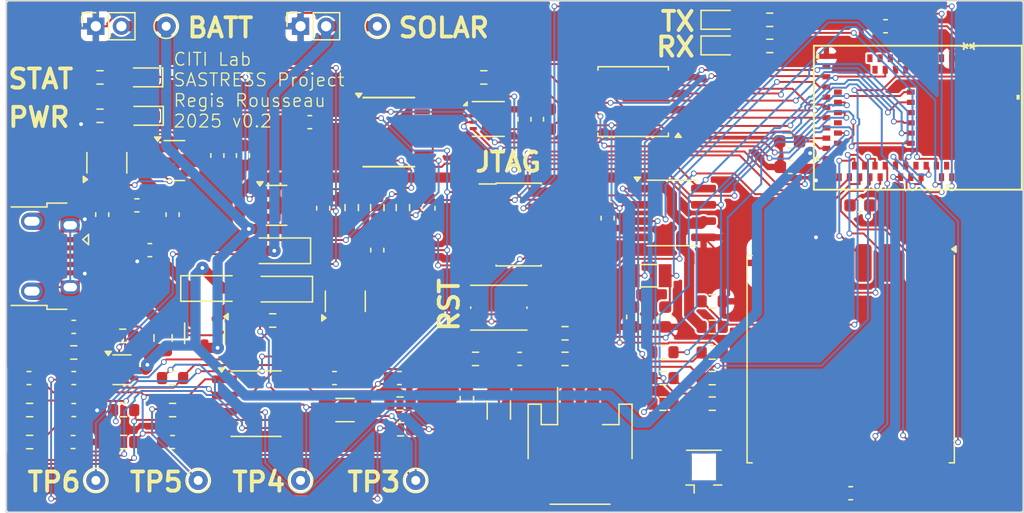
<source format=kicad_pcb>
(kicad_pcb (version 20241229) (generator "pcbnew") (generator_version "9.0")
  (title_block (title "MDBT50Q-LoRa-Board") (date "2025-02-24") (rev "v0.2") (company "CITI Lab") (comment 1 "Sastress Project") (comment 2 "Regis Rousseau"))
  (layers (0 "F.Cu" signal) (2 "B.Cu" signal) (13 "F.Paste" user) (15 "B.Paste" user) (5 "F.SilkS" user "F.Silkscreen") (7 "B.SilkS" user "B.Silkscreen") (1 "F.Mask" user) (3 "B.Mask" user) (25 "Edge.Cuts" user))
  (net 0 "")
  (net 1 "Net-(J1-Shield)")
  (net 2 "GND")
  (net 3 "VDD_IN")
  (net 4 "Net-(J1-VBUS)")
  (net 5 "Net-(C4-Pad1)")
  (net 6 "+3V3")
  (net 7 "/MDBT50Q-1MV2 (nRF52840)/ADC_VBAT")
  (net 8 "+BATT")
  (net 9 "Net-(J4-Pin_1)")
  (net 10 "Net-(J4-Pin_2)")
  (net 11 "Net-(C10-Pad2)")
  (net 12 "Net-(C11-Pad2)")
  (net 13 "Net-(U4A--)")
  (net 14 "Net-(C12-Pad2)")
  (net 15 "Net-(C13-Pad1)")
  (net 16 "Net-(C14-Pad1)")
  (net 17 "Net-(C15-Pad1)")
  (net 18 "Net-(C15-Pad2)")
  (net 19 "Net-(U4B-+)")
  (net 20 "Net-(C17-Pad1)")
  (net 21 "XL2")
  (net 22 "XL1")
  (net 23 "VBUS")
  (net 24 "/MDBT50Q-1MV2 (nRF52840)/USB_N")
  (net 25 "/MDBT50Q-1MV2 (nRF52840)/USB_P")
  (net 26 "NRST")
  (net 29 "Net-(D3-K)")
  (net 30 "Net-(D4-K)")
  (net 31 "VDC")
  (net 32 "Net-(D6-A)")
  (net 33 "Net-(D6-K)")
  (net 34 "Net-(D11-A)")
  (net 35 "Net-(D12-A)")
  (net 37 "Net-(J5-In)")
  (net 39 "SWDIO")
  (net 40 "SWCLK")
  (net 43 "Net-(U3-PROG)")
  (net 44 "Net-(U5-+)")
  (net 45 "Net-(U4B--)")
  (net 46 "/MDBT50Q-1MV2 (nRF52840)/RFM_TX")
  (net 47 "/MDBT50Q-1MV2 (nRF52840)/RFM_RX")
  (net 48 "I2C_SCL")
  (net 49 "I2C_SDA")
  (net 50 "Net-(U9-32KHZ)")
  (net 51 "RTC_INT")
  (net 52 "Net-(U14-USBDP)")
  (net 53 "Net-(U14-USBDM)")
  (net 54 "/Ampliflying and Filtering/ADC_SENS")
  (net 56 "LDO_EN")
  (net 57 "/MDBT50Q-1MV2 (nRF52840)/RFM_IRQ0")
  (net 58 "/MDBT50Q-1MV2 (nRF52840)/RFM_IRQ1")
  (net 59 "/MDBT50Q-1MV2 (nRF52840)/RFM_CLK")
  (net 61 "/MDBT50Q-1MV2 (nRF52840)/RFM_CS")
  (net 62 "/MDBT50Q-1MV2 (nRF52840)/RFM_RST")
  (net 63 "/MDBT50Q-1MV2 (nRF52840)/RFM_MOSI")
  (net 65 "/MDBT50Q-1MV2 (nRF52840)/RFM_MISO")
  (net 67 "/MDBT50Q-1MV2 (nRF52840)/RFM_IRQ2")
  (net 68 "QSPI_CS")
  (net 69 "QSPI_SIO0")
  (net 70 "QSPI_SCLK")
  (net 71 "QSPI_SIO3")
  (net 72 "QPSI_SIO1")
  (net 73 "QSPI_SIO2")
  (net 75 "ALERT_SHT31")
  (net 77 "UART_TX")
  (net 79 "UART_CTS")
  (net 80 "UART_RX")
  (net 82 "UART_RTS")
  (net 89 "/MDBT50Q-1MV2 (nRF52840)/DW_CS")
  (footprint "Connector_PinSocket_2.00mm:PinSocket_1x02_P2.00mm_Vertical" (layer "F.Cu") (at 107.5 62 90)
    (property "Reference" "J2" (hide yes))
    (property "Value" "CONN_BATT" (hide yes))
  )
  (footprint "Package_TO_SOT_SMD:TSOT-23-5" (layer "F.Cu") (at 113.6375 72.5)
    (property "Reference" "U1" (hide yes))
    (property "Value" "RT9078-33GJ5" (hide yes))
  )
  (footprint "Resistor_SMD:R_0603_1608Metric" (layer "F.Cu") (at 144.175 88 180)
    (property "Reference" "R12" (hide yes))
    (property "Value" "7.5k" (hide yes))
  )
  (footprint "Capacitor_SMD:C_0603_1608Metric" (layer "F.Cu") (at 105.725 94.5)
    (property "Reference" "C16" (hide yes))
    (property "Value" "10n" (hide yes))
  )
  (footprint "Resistor_SMD:R_0603_1608Metric" (layer "F.Cu") (at 102.325 92)
    (property "Reference" "R19" (hide yes))
    (property "Value" "68k" (hide yes))
  )
  (footprint "Resistor_SMD:R_0603_1608Metric" (layer "F.Cu") (at 109.6 86.2 180)
    (property "Reference" "R1" (hide yes))
    (property "Value" "100K" (hide yes))
  )
  (footprint "Resistor_SMD:R_0603_1608Metric" (layer "F.Cu") (at 102.325 94.5)
    (property "Reference" "R23" (hide yes))
    (property "Value" "4.7k" (hide yes))
  )
  (footprint "TestPoint:TestPoint_THTPad_D1.5mm_Drill0.7mm" (layer "F.Cu") (at 115.5 97.5 -90)
    (property "Reference" "TP5" (hide yes))
    (property "Value" "TestPoint" (hide yes))
  )
  (footprint "Capacitor_SMD:C_0603_1608Metric" (layer "F.Cu") (at 126.155 89.5)
    (property "Reference" "C15" (hide yes))
    (property "Value" "10n" (hide yes))
  )
  (footprint "Capacitor_SMD:C_0603_1608Metric" (layer "F.Cu") (at 119 72.105 -90)
    (property "Reference" "C6" (hide yes))
    (property "Value" "100nF" (hide yes))
  )
  (footprint "Capacitor_SMD:C_0603_1608Metric" (layer "F.Cu") (at 149.5 84.725 -90)
    (property "Reference" "C21" (hide yes))
    (property "Value" "12pF" (hide yes))
  )
  (footprint "Capacitor_SMD:C_0603_1608Metric" (layer "F.Cu") (at 147.5 77 -90)
    (property "Reference" "C35" (hide yes))
    (property "Value" "100nF" (hide yes))
  )
  (footprint "Capacitor_SMD:C_0603_1608Metric" (layer "F.Cu") (at 166.5 98.5 180)
    (property "Reference" "C19" (hide yes))
    (property "Value" "100nF" (hide yes))
  )
  (footprint "Resistor_SMD:R_0603_1608Metric" (layer "F.Cu") (at 144.175 86 180)
    (property "Reference" "R11" (hide yes))
    (property "Value" "220k" (hide yes))
  )
  (footprint "Resistor_SMD:R_0603_1608Metric" (layer "F.Cu") (at 155.675 83.5)
    (property "Reference" "R5" (hide yes))
    (property "Value" "3M6" (hide yes))
  )
  (footprint "Capacitor_SMD:C_0603_1608Metric" (layer "F.Cu") (at 113.5 76.725 -90)
    (property "Reference" "C4" (hide yes))
    (property "Value" "100nF" (hide yes))
  )
  (footprint "Resistor_SMD:R_0603_1608Metric" (layer "F.Cu") (at 137.175 88)
    (property "Reference" "R14" (hide yes))
    (property "Value" "10k" (hide yes))
  )
  (footprint "Fuse:Fuse_0805_2012Metric" (layer "F.Cu") (at 112.755 86.37 -90)
    (property "Reference" "F1" (hide yes))
    (property "Value" "750mA" (hide yes))
  )
  (footprint "Button_Switch_SMD:SW_Push_1P1T_NO_Vertical_Wuerth_434133025816" (layer "F.Cu") (at 139 84)
    (property "Reference" "SW1" (hide yes))
    (property "Value" "RESET" (hide yes))
  )
  (footprint "Capacitor_SMD:C_0603_1608Metric" (layer "F.Cu") (at 105.775 92)
    (property "Reference" "C17" (hide yes))
    (property "Value" "2.2u" (hide yes))
  )
  (footprint "Diode_SMD:D_SOD-123" (layer "F.Cu") (at 122.075 82.55 180)
    (property "Reference" "D4" (hide yes))
    (property "Value" "B5819W" (hide yes))
  )
  (footprint "Resistor_SMD:R_0603_1608Metric" (layer "F.Cu") (at 155.675 91.5)
    (property "Reference" "R32" (hide yes))
    (property "Value" "2.5k" (hide yes))
  )
  (footprint "Package_TO_SOT_SMD:SOT-23-5" (layer "F.Cu") (at 127 83.5 90)
    (property "Reference" "U5" (hide yes))
    (property "Value" "LMV321" (hide yes))
  )
  (footprint "Resistor_SMD:R_0603_1608Metric" (layer "F.Cu") (at 109.675 92)
    (property "Reference" "R22" (hide yes))
    (property "Value" "4.7k" (hide yes))
  )
  (footprint "Resistor_SMD:R_0603_1608Metric" (layer "F.Cu") (at 136.5 91.175 -90)
    (property "Reference" "R13" (hide yes))
    (property "Value" "220k" (hide yes))
  )
  (footprint "Capacitor_SMD:C_0603_1608Metric" (layer "F.Cu") (at 141 69.27 90)
    (property "Reference" "C34" (hide yes))
    (property "Value" "100nF" (hide yes))
  )
  (footprint "Connector_JST:JST_PH_S2B-PH-SM4-TB_1x02-1MP_P2.00mm_Horizontal" (layer "F.Cu") (at 145.35 94.85)
    (property "Reference" "J4" (hide yes))
    (property "Value" "Conn_01x02" (hide yes))
  )
  (footprint "Connector_PinSocket_2.00mm:PinSocket_1x02_P2.00mm_Vertical" (layer "F.Cu") (at 123.5 62 90)
    (property "Reference" "J3" (hide yes))
    (property "Value" "CONN_SP" (hide yes))
  )
  (footprint "Resistor_SMD:R_0603_1608Metric" (layer "F.Cu") (at 129.5 76.175 90)
    (property "Reference" "R40" (hide yes))
    (property "Value" "27" (hide yes))
  )
  (footprint "TestPoint:TestPoint_THTPad_D1.5mm_Drill0.7mm" (layer "F.Cu") (at 123.5 97.5 -90)
    (property "Reference" "TP4" (hide yes))
    (property "Value" "TestPoint" (hide yes))
  )
  (footprint "Capacitor_SMD:C_0603_1608Metric" (layer "F.Cu") (at 125.275 76.22 90)
    (property "Reference" "C8" (hide yes))
    (property "Value" "4.7uF" (hide yes))
  )
  (footprint "Resistor_SMD:R_0603_1608Metric" (layer "F.Cu") (at 127.5 76.175 -90)
    (property "Reference" "R6" (hide yes))
    (property "Value" "5K1" (hide yes))
  )
  (footprint "Resistor_SMD:R_0603_1608Metric" (layer "F.Cu") (at 151.825 87.48)
    (property "Reference" "R35" (hide yes))
    (property "Value" "10k" (hide yes))
  )
  (footprint "Connector_Coaxial:U.FL_Hirose_U.FL-R-SMT-1_Vertical" (layer "F.Cu") (at 155.025 96.975 90)
    (property "Reference" "J5" (hide yes))
    (property "Value" "Conn_Coaxial" (hide yes))
  )
  (footprint "Capacitor_SMD:C_0603_1608Metric" (layer "F.Cu") (at 117 72.105 -90)
    (property "Reference" "C5" (hide yes))
    (property "Value" "4.7uF" (hide yes))
  )
  (footprint "Capacitor_SMD:C_0603_1608Metric" (layer "F.Cu") (at 167.225 76 180)
    (property "Reference" "C32" (hide yes))
    (property "Value" "100nF" (hide yes))
  )
  (footprint "Resistor_SMD:R_0603_1608Metric" (layer "F.Cu") (at 107.825 69 180)
    (property "Reference" "R3" (hide yes))
    (property "Value" "1K5" (hide yes))
  )
  (footprint "Resistor_SMD:R_0603_1608Metric" (layer "F.Cu") (at 131.325 93.5)
    (property "Reference" "R16" (hide yes))
    (property "Value" "220k" (hide yes))
  )
  (footprint "Package_SO:SOIC-8_3.9x4.9mm_P1.27mm" (layer "F.Cu") (at 120.025 91.5)
    (property "Reference" "U4" (hide yes))
    (property "Value" "LMV358" (hide yes))
  )
  (footprint "Resistor_SMD:R_0603_1608Metric" (layer "F.Cu") (at 121.325 85)
    (property "Reference" "R21" (hide yes))
    (property "Value" "100k" (hide yes))
  )
  (footprint "Diode_SMD:D_SOD-123" (layer "F.Cu") (at 116.5 82.5)
    (property "Reference" "D1" (hide yes))
    (property "Value" "B5819W" (hide yes))
  )
  (footprint "Resistor_SMD:R_0603_1608Metric" (layer "F.Cu") (at 155.675 85.5)
    (property "Reference" "R4" (hide yes))
    (property "Value" "1M" (hide yes))
  )
  (footprint "Capacitor_SMD:C_1206_3216Metric" (layer "F.Cu") (at 139 92 -90)
    (property "Reference" "C9" (hide yes))
    (property "Value" "100u" (hide yes))
  )
  (footprint "Capacitor_SMD:C_0603_1608Metric" (layer "F.Cu") (at 161.725 71 180)
    (property "Reference" "C27" (hide yes))
    (property "Value" "10uF" (hide yes))
  )
  (footprint "Capacitor_SMD:C_0603_1608Metric" (layer "F.Cu") (at 140.625 88 180)
    (property "Reference" "C10" (hide yes))
    (property "Value" "2.2u" (hide yes))
  )
  (footprint "Capacitor_SMD:C_1206_3216Metric" (layer "F.Cu") (at 126.975 92 180)
    (property "Reference" "C12" (hide yes))
    (property "Value" "47u" (hide yes))
  )
  (footprint "Resistor_SMD:R_0603_1608Metric" (layer "F.Cu") (at 160.175 63.54)
    (property "Reference" "R29" (hide yes))
    (property "Value" "1K5" (hide yes))
  )
  (footprint "Package_SO:SSOP-16_3.9x4.9mm_P0.635mm" (layer "F.Cu") (at 130.4 70.2775)
    (property "Reference" "U14" (hide yes))
    (property "Value" "FT230XS" (hide yes))
  )
  (footprint "Resistor_SMD:R_0603_1608Metric" (layer "F.Cu") (at 113.5 92)
    (property "Reference" "R18" (hide yes))
    (property "Value" "6.8k" (hide yes))
  )
  (footprint "Capacitor_SMD:C_0603_1608Metric" (layer "F.Cu") (at 108 76.725 -90)
    (property "Reference" "C3" (hide yes))
    (property "Value" "10nF" (hide yes))
  )
  (footprint "Resistor_SMD:R_0603_1608Metric" (layer "F.Cu") (at 155.675 89.5)
    (property "Reference" "R31" (hide yes))
    (property "Value" "10k" (hide yes))
  )
  (footprint "TestPoint:TestPoint_THTPad_D1.5mm_Drill0.7mm" (layer "F.Cu") (at 113 62)
    (property "Reference" "TP1" (hide yes))
    (property "Value" "TestPoint" (hide yes))
  )
  (footprint "Resistor_SMD:R_0603_1608Metric" (layer "F.Cu") (at 109.675 94.5)
    (property "Reference" "R15" (hide yes))
    (property "Value" "470k" (hide yes))
  )
  (footprint "Resistor_SMD:R_0603_1608Metric" (layer "F.Cu") (at 137.825 66)
    (property "Reference" "R33" (hide yes))
    (property "Value" "2.5k" (hide yes))
  )
  (footprint "Resistor_SMD:R_0603_1608Metric" (layer "F.Cu") (at 155.675 87.5)
    (property "Reference" "R34" (hide yes))
    (property "Value" "10k" (hide yes))
  )
  (footprint "Crystal:Crystal_SMD_3215-2Pin_3.2x1.5mm" (layer "F.Cu") (at 150.75 81.5)
    (property "Reference" "Y1" (hide yes))
    (property "Value" "Crystal" (hide yes))
  )
  (footprint "Resistor_SMD:R_0603_1608Metric" (layer "F.Cu") (at 131.275 91.5)
    (property "Reference" "R17" (hide yes))
    (property "Value" "2.2M" (hide yes))
  )
  (footprint "Capacitor_SMD:C_0603_1608Metric" (layer "F.Cu") (at 169.225 62 180)
    (property "Reference" "C7" (hide yes))
    (property "Value" "10nF" (hide yes))
  )
  (footprint "Capacitor_SMD:C_0603_1608Metric" (layer "F.Cu") (at 143 69.27 90)
    (property "Reference" "C33" (hide yes))
    (property "Value" "100nF" (hide yes))
  )
  (footprint "LED_SMD:LED_0603_1608Metric" (layer "F.Cu") (at 156.2875 63.5)
    (property "Reference" "D12" (hide yes))
    (property "Value" "RX-GREEN" (hide yes))
  )
  (footprint "Capacitor_SMD:C_0603_1608Metric" (layer "F.Cu") (at 105.775 85.5 180)
    (property "Reference" "C1" (hide yes))
    (property "Value" "10nF" (hide yes))
  )
  (footprint "TestPoint:TestPoint_THTPad_D1.5mm_Drill0.7mm" (layer "F.Cu") (at 132.5 97.5 -90)
    (property "Reference" "TP3" (hide yes))
    (property "Value" "TestPoint" (hide yes))
  )
  (footprint "Package_TO_SOT_SMD:SOT-23-3" (layer "F.Cu") (at 116 86 -90)
    (property "Reference" "Q1" (hide yes))
    (property "Value" "SI2323DS" (hide yes))
  )
  (footprint "Capacitor_SMD:C_0603_1608Metric" (layer "F.Cu") (at 133.5 76.225 90)
    (property "Reference" "C25" (hide yes))
    (property "Value" "47pF" (hide yes))
  )
  (footprint "Capacitor_SMD:C_0603_1608Metric" (layer "F.Cu") (at 124.225 69.5 180)
    (property "Reference" "C23" (hide yes))
    (property "Value" "100nF" (hide yes))
  )
  (footprint "LED_SMD:LED_0603_1608Metric" (layer "F.Cu") (at 156.2875 61.5)
    (property "Reference" "D11" (hide yes))
    (property "Value" "TX-GREEN" (hide yes))
  )
  (footprint "mdbt50q:MDBT50Q-1M_RAY" (layer "F.Cu") (at 171.75 69.15 -90)
    (property "Reference" "U6" (hide yes))
    (property "Value" "MDBT50Q-1M" (hide yes))
  )
  (footprint "Resistor_SMD:R_0603_1608Metric" (layer "F.Cu") (at 107.825 66)
    (property "Reference" "R7" (hide yes))
    (property "Value" "1K5" (hide yes))
  )
  (footprint "Package_TO_SOT_SMD:SOT-23-3" (layer "F.Cu") (at 108.3625 72.675 90)
    (property "Reference" "U2" (hide yes))
    (property "Value" "TPS3809K33D" (hide yes))
  )
  (footprint "Inductor_SMD:L_0603_1608Metric" (layer "F.Cu") (at 110.7125 76)
    (property "Reference" "L1" (hide yes))
    (property "Value" "BLM18HE152" (hide yes))
  )
  (footprint "Capacitor_SMD:C_0603_1608Metric" (layer "F.Cu") (at 113.5 94.5)
    (property "Reference" "C14" (hide yes))
    (property "Value" "220n" (hide yes))
  )
  (footprint "Connector_USB:USB_Micro-B_Amphenol_10103594-0001LF_Horizontal" (layer "F.Cu") (at 103.615 80 -90)
    (property "Reference" "J1" (hide yes))
    (property "Value" "USB_OTG" (hide yes))
  )
  (footprint "Capacitor_SMD:C_0603_1608Metric" (layer "F.Cu") (at 111.725 79.5 180)
    (property "Reference" "C2" (hide yes))
    (property "Value" "4.7uF" (hide yes))
  )
  (footprint "Package_SO:SOIC-8_3.9x4.9mm_P1.27mm" (layer "F.Cu") (at 152.525 76.595)
    (property "Reference" "U9" (hide yes))
    (property "Value" "DS3231MZ" (hide yes))
  )
  (footprint "TestPoint:TestPoint_THTPad_D1.5mm_Drill0.7mm" (layer "F.Cu") (at 129.5 62)
    (property "Reference" "TP2" (hide yes))
    (property "Value" "TestPoint" (hide yes))
  )
  (footprint "Capacitor_SMD:C_0603_1608Metric" (layer "F.Cu") (at 102.275 89.5)
    (property "Reference" "C11" (hide yes))
    (property "Value" "2.2n" (hide yes))
  )
  (footprint "RF_Module:HOPERF_RFM9XW_SMD" (layer "F.Cu") (at 166.5 88.025 -90)
    (property "Reference" "U7" (hide yes))
    (property "Value" "RFM95W-868S2" (hide yes))
  )
  (footprint "Resistor_SMD:R_0603_1608Metric" (layer "F.Cu") (at 131.5 76.175 -90)
    (property "Reference" "R41" (hide yes))
    (property "Value" "27" (hide yes))
  )
  (footprint "Resistor_SMD:R_0603_1608Metric" (layer "F.Cu") (at 105.775 87.5)
    (property "Reference" "R2" (hide yes))
    (property "Value" "1M" (hide yes))
  )
  (footprint "Resistor_SMD:R_0603_1608Metric" (layer "F.Cu") (at 113.5 89.5)
    (property "Reference" "R20" (hide yes))
    (property "Value" "68k" (hide yes))
  )
  (footprint "Diode_SMD:D_SOD-123" (layer "F.Cu") (at 121.925 79.55 180)
    (property "Reference" "D5" (hide yes))
    (property "Value" "B5819W" (hide yes))
  )
  (footprint "Package_SO:SOP-8_5.28x5.23mm_P1.27mm" (layer "F.Cu") (at 149.5 67.89 180)
    (property "Reference" "U10" (hide yes))
    (property "Value" "MX25R6435FM1" (hide yes))
  )
  (footprint "Capacitor_SMD:C_0603_1608Metric" (layer "F.Cu") (at 131.225 89.5)
    (property "Reference" "C24" (hide yes))
    (property "Value" "100n" (hide yes))
  )
  (footprint "LED_SMD:LED_0603_1608Metric" (layer "F.Cu") (at 111.2875 69 180)
    (property "Reference" "D3" (hide yes))
    (property "Value" "PWR-RED" (hide yes))
  )
  (footprint "Package_TO_SOT_SMD:SOT-23-5" (layer "F.Cu") (at 121.625 76)
    (property "Reference" "U3" (hide yes))
    (property "Value" "MCP73831" (hide yes))
  )
  (footprint "Capacitor_SMD:C_0603_1608Metric" (layer "F.Cu") (at 161.775 73 180)
    (property "Reference" "C22" (hide yes))
    (property "Value" "10uF" (hide yes))
  )
  (footprint "Capacitor_SMD:C_0603_1608Metric" (layer "F.Cu") (at 105.775 89.5)
    (property "Reference" "C13" (hide yes))
    (property "Value" "100n" (hide yes))
  )
  (footprint "Resistor_SMD:R_0603_1608Metric" (layer "F.Cu") (at 151.825 89.5)
    (property "Reference" "R36" (hide yes))
    (property "Value" "10k" (hide yes))
  )
  (footprint "TestPoint:TestPoint_THTPad_D1.5mm_Drill0.7mm" (layer "F.Cu") (at 107.5 97.5 -90)
    (property "Reference" "TP6" (hide yes))
    (property "Value" "TestPoint" (hide yes))
  )
  (footprint "Sensor_Humidity:Sensirion_DFN-8-1EP_2.5x2.5mm_P0.5mm_EP1.1x1.7mm" (layer "F.Cu") (at 138.175 69.25)
    (property "Reference" "U11" (hide yes))
    (property "Value" "SHT31-DIS" (hide yes))
  )
  (footprint "Resistor_SMD:R_0603_1608Metric" (layer "F.Cu") (at 160.175 61.5 180)
    (property "Reference" "R28" (hide yes))
    (property "Value" "1k5" (hide yes))
  )
  (footprint "LED_SMD:LED_0603_1608Metric" (layer "F.Cu") (at 111.2475 66 180)
    (property "Reference" "D6" (hide yes))
    (property "Value" "CH_ORANGE" (hide yes))
  )
  (footprint "Resistor_SMD:R_0603_1608Metric" (layer "F.Cu") (at 151.825 91.5)
    (property "Reference" "R37" (hide yes))
    (property "Value" "10k" (hide yes))
  )
  (footprint "Capacitor_SMD:C_0603_1608Metric" (layer "F.Cu") (at 129.5 79.5 90)
    (property "Reference" "C26" (hide yes))
    (property "Value" "47pF" (hide yes))
  )
  (footprint "Capacitor_SMD:C_0603_1608Metric" (layer "F.Cu") (at 152 84.725 -90)
    (property "Reference" "C20" (hide yes))
    (property "Value" "12pF" (hide yes))
  )
  (footprint "Package_TO_SOT_SMD:SOT-363_SC-70-6" (layer "F.Cu") (at 109.55 88.85)
    (property "Reference" "D2" (hide yes))
    (property "Value" "NUP2202" (hide yes))
  )
  (footprint "Connector_PinHeader_1.27mm:PinHeader_2x05_P1.27mm_Vertical_SMD" (layer "F.Cu") (at 140.55 77.5)
    (property "Reference" "J6" (hide yes))
    (property "Value" "Conn_ARM_JTAG_SWD_10" (hide yes))
  )
  (gr_rect (start 100.5 60) (end 180 100) (stroke (width 0.1)) (fill no) (layer "Edge.Cuts"))
  (gr_text "RST" (at 136 86 90) (layer "F.SilkS") (effects (font (size 1.5 1.5) (thickness 0.3) (bold yes)) (justify left bottom)))
  (gr_text "SOLAR" (at 131 63 0) (layer "F.SilkS") (effects (font (size 1.5 1.5) (thickness 0.3) (bold yes)) (justify left bottom)))
  (gr_text "BATT" (at 114.5 63 0) (layer "F.SilkS") (effects (font (size 1.5 1.5) (thickness 0.3) (bold yes)) (justify left bottom)))
  (gr_text "STAT" (at 100.5 67 0) (layer "F.SilkS") (effects (font (size 1.5 1.5) (thickness 0.3) (bold yes)) (justify left bottom)))
  (gr_text "TX" (at 151.5 62.5 0) (layer "F.SilkS") (effects (font (size 1.5 1.5) (thickness 0.3) (bold yes)) (justify left bottom)))
  (gr_text "TP4" (at 118 98.5 0) (layer "F.SilkS") (effects (font (size 1.5 1.5) (thickness 0.3) (bold yes)) (justify left bottom)))
  (gr_text "TP6" (at 102 98.5 0) (layer "F.SilkS") (effects (font (size 1.5 1.5) (thickness 0.3) (bold yes)) (justify left bottom)))
  (gr_text "PWR" (at 100.5 70 0) (layer "F.SilkS") (effects (font (size 1.5 1.5) (thickness 0.3) (bold yes)) (justify left bottom)))
  (gr_text "JTAG" (at 137 73.5 0) (layer "F.SilkS") (effects (font (size 1.5 1.5) (thickness 0.3) (bold yes)) (justify left bottom)))
  (gr_text "CITI Lab\nSASTRESS Project\nRegis Rousseau\n2025 v0.2" (at 113.5 70 0) (layer "F.SilkS") (effects (font (size 1 1) (thickness 0.1)) (justify left bottom)))
  (gr_text "RX" (at 151.142857 64.5 0) (layer "F.SilkS") (effects (font (size 1.5 1.5) (thickness 0.3) (bold yes)) (justify left bottom)))
  (gr_text "TP3" (at 127 98.5 0) (layer "F.SilkS") (effects (font (size 1.5 1.5) (thickness 0.3) (bold yes)) (justify left bottom)))
  (gr_text "TP5" (at 110 98.5 0) (layer "F.SilkS") (effects (font (size 1.5 1.5) (thickness 0.3) (bold yes)) (justify left bottom)))
  (segment (start 104.18 84.68) (end 105 85.5) (width 0.1524) (layer "F.Cu") (net 1))
  (segment (start 103.43 77.245) (end 103.96 77.245) (width 0.1524) (layer "F.Cu") (net 1))
  (segment (start 104.7278 81.8637) (end 104.7278 81.8636) (width 0.1524) (layer "F.Cu") (net 1))
  (segment (start 105.48 77.555) (end 105.5 77.555) (width 0.1524) (layer "F.Cu") (net 1))
  (segment (start 103.7103 78.6375) (end 104.18 78.1678) (width 0.1524) (layer "F.Cu") (net 1))
  (segment (start 102.23 79.015) (end 103.7103 79.015) (width 0.1524) (layer "F.Cu") (net 1))
  (segment (start 103.96 77.245) (end 104.18 77.025) (width 0.1524) (layer "F.Cu") (net 1))
  (segment (start 105.5 82.395) (end 104.5197 82.395) (width 0.1524) (layer "F.Cu") (net 1))
  (segment (start 104.8672 78.1678) (end 104.18 78.1678) (width 0.1524) (layer "F.Cu") (net 1))
  (segment (start 104.5197 82.0718) (end 104.7278 81.8637) (width 0.1524) (layer "F.Cu") (net 1))
  (segment (start 105.48 77.555) (end 105.48 77.125) (width 0.1524) (layer "F.Cu") (net 1))
  (segment (start 104.18 81.8322) (end 103.7103 81.3625) (width 0.1524) (layer "F.Cu") (net 1))
  (segment (start 104.18 82.975) (end 104.18 84.68) (width 0.1524) (layer "F.Cu") (net 1))
  (segment (start 103.7103 79.015) (end 103.7103 78.6375) (width 0.1524) (layer "F.Cu") (net 1))
  (segment (start 103.7103 81.3625) (end 103.7103 80.935) (width 0.1524) (layer "F.Cu") (net 1))
  (segment (start 104.7278 81.8636) (end 104.6964 81.8322) (width 0.1524) (layer "F.Cu") (net 1))
  (segment (start 104.6964 81.8322) (end 104.18 81.8322) (width 0.1524) (layer "F.Cu") (net 1))
  (segment (start 102.23 80.935) (end 103.7103 80.935) (width 0.1524) (layer "F.Cu") (net 1))
  (segment (start 103.68 82.975) (end 103.43 82.725) (width 0.1524) (layer "F.Cu") (net 1))
  (segment (start 104.18 82.975) (end 103.68 82.975) (width 0.1524) (layer "F.Cu") (net 1))
  (segment (start 104.18 82.975) (end 104.18 81.8322) (width 0.1524) (layer "F.Cu") (net 1))
  (segment (start 103.41 82.705) (end 103.43 82.725) (width 0.1524) (layer "F.Cu") (net 1))
  (segment (start 105.48 77.555) (end 104.8672 78.1678) (width 0.1524) (layer "F.Cu") (net 1))
  (segment (start 104.5197 82.395) (end 104.5197 82.0718) (width 0.1524) (layer "F.Cu") (net 1))
  (segment (start 105.5 82.875) (end 105.5 82.395) (width 0.1524) (layer "F.Cu") (net 1))
  (segment (start 104.95 85.55) (end 104.95 87.5) (width 0.1524) (layer "F.Cu") (net 1))
  (segment (start 105 85.5) (end 104.95 85.55) (width 0.1524) (layer "F.Cu") (net 1))
  (segment (start 102.5 82.705) (end 103.41 82.705) (width 0.1524) (layer "F.Cu") (net 1))
  (segment (start 104.18 77.025) (end 104.18 78.1678) (width 0.1524) (layer "F.Cu") (net 1))
  (segment (start 102.5 77.245) (end 103.43 77.245) (width 0.1524) (layer "F.Cu") (net 1))
  (segment (start 105.5 82.395) (end 105.5 77.555) (width 0.1524) (layer "B.Cu") (net 1))
  (segment (start 138.6 76.23) (end 140.0303 76.23) (width 0.1524) (layer "F.Cu") (net 2))
  (segment (start 175.5 73.8) (end 175.5 74.3351) (width 0.1524) (layer "F.Cu") (net 2))
  (segment (start 160.7204 70.7704) (end 152.2156 70.7704) (width 0.1524) (layer "F.Cu") (net 2))
  (segment (start 161.0236 71.0736) (end 160.95 71) (width 0.1524) (layer "F.Cu") (net 2))
  (segment (start 129.8045 70.595) (end 127.8 70.595) (width 0.1524) (layer "F.Cu") (net 2))
  (segment (start 153.1 65.985) (end 154.5193 64.5657) (width 0.1524) (layer "F.Cu") (net 2))
  (segment (start 112.8667 70.648) (end 113.4448 71.2261) (width 0.1524) (layer "F.Cu") (net 2))
  (segment (start 132.3272 92.475) (end 132.8022 92) (width 0.1524) (layer "F.Cu") (net 2))
  (segment (start 167.265 83.5) (end 170.7532 83.5) (width 0.1524) (layer "F.Cu") (net 2))
  (segment (start 106.6 87.5) (end 107.2 88.1) (width 0.1524) (layer "F.Cu") (net 2))
  (segment (start 123.45 70.595) (end 123.45 69.5) (width 0.1524) (layer "F.Cu") (net 2))
  (segment (start 108 77.5) (end 107.583 77.083) (width 0.1524) (layer "F.Cu") (net 2))
  (segment (start 133.5 77) (end 132.774 76.274) (width 0.1524) (layer "F.Cu") (net 2))
  (segment (start 114.275 94.5) (end 114.275 93.405) (width 0.1524) (layer "F.Cu") (net 2))
  (segment (start 125.2724 76) (end 120.4875 76) (width 0.1524) (layer "F.Cu") (net 2))
  (segment (start 138.6 77.5) (end 136.2338 77.5) (width 0.1524) (layer "F.Cu") (net 2))
  (segment (start 156.1134 95.168) (end 156.5 95.5546) (width 0.1524) (layer "F.Cu") (net 2))
  (segment (start 132.8022 92) (end 136.5 92) (width 0.1524) (layer "F.Cu") (net 2))
  (segment (start 163.8492 64.5657) (end 164.0649 64.35) (width 0.1524) (layer "F.Cu") (net 2))
  (segment (start 161.5 95.2749) (end 161.5 95.55) (width 0.1524) (layer "F.Cu") (net 2))
  (segment (start 161.5 95.8696) (end 164.1304 98.5) (width 0.1524) (layer "F.Cu") (net 2))
  (segment (start 173.5 76.3351) (end 175.5 74.3351) (width 0.1524) (layer "F.Cu") (net 2))
  (segment (start 106.55 93.3615) (end 114.2315 93.3615) (width 0.1524) (layer "F.Cu") (net 2))
  (segment (start 154.957 60.957) (end 123.6377 60.957) (width 0.1524) (layer "F.Cu") (net 2))
  (segment (start 168.45 63.1349) (end 166.3502 63.1349) (width 0.1524) (layer "F.Cu") (net 2))
  (segment (start 139.3715 70.7704) (end 138.2788 69.6777) (width 0.1524) (layer "F.Cu") (net 2))
  (segment (start 132 89.5) (end 132.8022 90.3022) (width 0.1524) (layer "F.Cu") (net 2))
  (segment (start 174.4 64.5) (end 174.4 64.0419) (width 0.1524) (layer "F.Cu") (net 2))
  (segment (start 108.8325 70.551) (end 108.9295 70.648) (width 0.1524) (layer "F.Cu") (net 2))
  (segment (start 107.583 77.083) (end 106.6372 77.083) (width 0.1524) (layer "F.Cu") (net 2))
  (segment (start 138.8447 69) (end 137 69) (width 0.1524) (layer "F.Cu") (net 2))
  (segment (start 174.4 63.9664) (end 173.5685 63.1349) (width 0.1524) (layer "F.Cu") (net 2))
  (segment (start 140.693 95.168) (end 153.55 95.168) (width 0.1524) (layer "F.Cu") (net 2))
  (segment (start 123.5 62) (end 122.5947 62) (width 0.1524) (layer "F.Cu") (net 2))
  (segment (start 122.5947 62) (end 121.6018 61.0071) (width 0.1524) (layer "F.Cu") (net 2))
  (segment (start 107.2 88.1) (end 107.2 88.85) (width 0.1524) (layer "F.Cu") (net 2))
  (segment (start 146.59 76.865) (end 147.5 77.775) (width 0.1524) (layer "F.Cu") (net 2))
  (segment (start 114.2315 93.3615) (end 114.275 93.405) (width 0.1524) (layer "F.Cu") (net 2))
  (segment (start 175.5 64.5) (end 175.5 63.9649) (width 0.1524) (layer "F.Cu") (net 2))
  (segment (start 121.285 70.595) (end 119 72.88) (width 0.1524) (layer "F.Cu") (net 2))
  (segment (start 156.5 83.5) (end 167.265 83.5) (width 0.1524) (layer "F.Cu") (net 2))
  (segment (start 161.5 95.55) (end 161.5 95.8696) (width 0.1524) (layer "F.Cu") (net 2))
  (segment (start 136.2338 80.04) (end 136.2338 77.5) (width 0.1524) (layer "F.Cu") (net 2))
  (segment (start 106.4353 81.275) (end 106.4951 81.3348) (width 0.1524) (layer "F.Cu") (net 2))
  (segment (start 106.55 92) (end 106.5711 92.0211) (width 0.1524) (layer "F.Cu") (net 2))
  (segment (start 106.6 86.2) (end 106.6 85.55) (width 0.1524) (layer "F.Cu") (net 2))
  (segment (start 113.4448 71.2261) (end 113.4448 72.5) (width 0.1524) (layer "F.Cu") (net 2))
  (segment (start 132.15 82.925) (end 136.1697 82.925) (width 0.1524) (layer "F.Cu") (net 2))
  (segment (start 152.7061 86.2061) (end 166.6122 86.2061) (width 0.1524) (layer "F.Cu") (net 2))
  (segment (start 160.95 71) (end 160.7204 70.7704) (width 0.1524) (layer "F.Cu") (net 2))
  (segment (start 156.5 95.5546) (end 156.5 96.5) (width 0.1524) (layer "F.Cu") (net 2))
  (segment (start 163.9998 73.8849) (end 161.8849 73.8849) (width 0.1524) (layer "F.Cu") (net 2))
  (segment (start 174.4 64.0419) (end 174.4 63.9664) (width 0.1524) (layer "F.Cu") (net 2))
  (segment (start 118.3667 94.2217) (end 131.4892 94.2217) (width 0.1524) (layer "F.Cu") (net 2))
  (segment (start 155.6981 63.3019) (end 155.6981 61.6981) (width 0.1524) (layer "F.Cu") (net 2))
  (segment (start 161.8849 73.8849) (end 161 73) (width 0.1524) (layer "F.Cu") (net 2))
  (segment (start 129.735 80.04) (end 136.2338 80.04) (width 0.1524) (layer "F.Cu") (net 2))
  (segment (start 129.5 80.275) (end 132.15 82.925) (width 0.1524) (layer "F.Cu") (net 2))
  (segment (start 123.45 70.595) (end 121.285 70.595) (width 0.1524) (layer "F.Cu") (net 2))
  (segment (start 108.4053 61.7737) (end 108.4053 62) (width 0.1524) (layer "F.Cu") (net 2))
  (segment (start 136.4588 69) (end 137 69) (width 0.1524) (layer "F.Cu") (net 2))
  (segment (start 108.9295 70.648) (end 112.8667 70.648) (width 0.1524) (layer "F.Cu") (net 2))
  (segment (start 131.4892 93.0102) (end 132.0244 92.475) (width 0.1524) (layer "F.Cu") (net 2))
  (segment (start 153.55 96.5) (end 153.55 95.168) (width 0.1524) (layer "F.Cu") (net 2))
  (segment (start 106.55 92) (end 106.55 93.3615) (width 0.1524) (layer "F.Cu") (net 2))
  (segment (start 119 72.88) (end 117 72.88) (width 0.1524) (layer "F.Cu") (net 2))
  (segment (start 117 72.88) (end 116.62 72.5) (width 0.1524) (layer "F.Cu") (net 2))
  (segment (start 135.4988 69.96) (end 136.4588 69) (width 0.1524) (layer "F.Cu") (net 2))
  (segment (start 139.3152 77.5) (end 138.6 77.5) (width 0.1524) (layer "F.Cu") (net 2))
  (segment (start 107.5 62) (end 108.4053 62) (width 0.1524) (layer "F.Cu") (net 2))
  (segment (start 110.95 80.1632) (end 110.7368 80.3764) (width 0.1524) (layer "F.Cu") (net 2))
  (segment (start 107.4125 70.551) (end 107.4125 73.8125) (width 0.1524) (layer "F.Cu") (net 2))
  (segment (start 174.4 63.9664) (end 174.4 63.9649) (width 0.1524) (layer "F.Cu") (net 2))
  (segment (start 107.2 88.85) (end 106.55 89.5) (width 0.1524) (layer "F.Cu") (net 2))
  (segment (start 136.2338 77.5) (end 135.7338 77) (width 0.1524) (layer "F.Cu") (net 2))
  (segment (start 106.55 93.3615) (end 106.55 94.45) (width 0.1524) (layer "F.Cu") (net 2))
  (segment (start 113.4448 72.5) (end 112.5 72.5) (width 0.1524) (layer "F.Cu") (net 2))
  (segment (start 108.6 88.85) (end 107.2 88.85) (width 0.1524) (layer "F.Cu") (net 2))
  (segment (start 157 83) (end 156.5 83.5) (width 0.1524) (layer "F.Cu") (net 2))
  (segment (start 128.8348 80.275) (end 127 82.1098) (width 0.1524) (layer "F.Cu") (net 2))
  (segment (start 128.226 76.274) (end 127.5 77) (width 0.1524) (layer "F.Cu") (net 2))
  (segment (start 129.5 80.275) (end 129.735 80.04) (width 0.1524) (layer "F.Cu") (net 2))
  (segment (start 106.55 81.3348) (end 106.6372 81.3348) (width 0.1524) (layer "F.Cu") (net 2))
  (segment (start 168.45 63.1349) (end 168.45 62) (width 0.1524) (layer "F.Cu") (net 2))
  (segment (start 138.175 69.25) (end 138.2788 69.25) (width 0.1524) (layer "F.Cu") (net 2))
  (segment (start 155.6981 61.6981) (end 155.5 61.5) (width 0.1524) (layer "F.Cu") (net 2))
  (segment (start 152.2156 70.7704) (end 151.9711 70.5259) (width 0.1524) (layer "F.Cu") (net 2))
  (segment (start 155.5 61.5) (end 154.957 60.957) (width 0.1524) (layer "F.Cu") (net 2))
  (segment (start 154.5193 64.5657) (end 155.5 64.5657) (width 0.1524) (layer "F.Cu") (net 2))
  (segment (start 121.6018 61.0071) (end 109.1719 61.0071) (width 0.1524) (layer "F.Cu") (net 2))
  (segment (start 138.8447 69) (end 138.8447 68.5) (width 0.1524) (layer "F.Cu") (net 2))
  (segment (start 174.4 63.9649) (end 175.5 63.9649) (width 0.1524) (layer "F.Cu") (net 2))
  (segment (start 110.95 79.5) (end 112.95 77.5) (width 0.1524) (layer "F.Cu") (net 2))
  (segment (start 106.6 85.55) (end 106.55 85.5) (width 0.1524) (layer "F.Cu") (net 2))
  (segment (start 143 68.495) (end 141 68.495) (width 0.1524) (layer "F.Cu") (net 2))
  (segment (start 172.4465 75.2816) (end 173.5 76.3351) (width 0.1524) (layer "F.Cu") (net 2))
  (segment (start 112.95 77.5) (end 113.5 77.5) (width 0.1524) (layer "F.Cu") (net 2))
  (segment (start 131.6777 94.4102) (end 131.4892 94.2217) (width 0.1524) (layer "F.Cu") (net 2))
  (segment (start 106.4951 81.3348) (end 106.55 81.3348) (width 0.1524) (layer "F.Cu") (net 2))
  (segment (start 164.6 73.95) (end 164.0649 73.95) (width 0.1524) (layer "F.Cu") (net 2))
  (segment (start 156.5 95.5546) (end 158.2433 93.8113) (width 0.1524) (layer "F.Cu") (net 2))
  (segment (start 173.5 80.5) (end 173.5 76.3351) (width 0.1524) (layer "F.Cu") (net 2))
  (segment (start 160.0364 93.8113) (end 161.5 95.2749) (width 0.1524) (layer "F.Cu") (net 2))
  (segment (start 138.5288 69) (end 138.8447 69) (width 0.1524) (layer "F.Cu") (net 2))
  (segment (start 139.3152 77.5) (end 140.0303 77.5) (width 0.1524) (layer "F.Cu") (net 2))
  (segment (start 170.7532 83.5) (end 173.5 80.7532) (width 0.1524) (layer "F.Cu") (net 2))
  (segment (start 155 78.5) (end 157 80.5) (width 0.1524) (layer "F.Cu") (net 2))
  (segment (start 127.5 77) (end 126.4974 75.9974) (width 0.1524) (layer "F.Cu") (net 2))
  (segment (start 163.9655 74.0494) (end 163.7868 74.0494) (width 0.1524) (layer "F.Cu") (net 2))
  (segment (start 136.2338 80.04) (end 138.6 80.04) (width 0.1524) (layer "F.Cu") (net 2))
  (segment (start 152 85.5) (end 152.7061 86.2061) (width 0.1524) (layer "F.Cu") (net 2))
  (segment (start 110.95 79.5) (end 110.95 80.1632) (width 0.1524) (layer "F.Cu") (net 2))
  (segment (start 105.38 81.275) (end 106.4353 81.275) (width 0.1524) (layer "F.Cu") (net 2))
  (segment (start 139.35 68.5) (end 140.995 68.5) (width 0.1524) (layer "F.Cu") (net 2))
  (segment (start 107.4125 70.551) (end 108.8325 70.551) (width 0.1524) (layer "F.Cu") (net 2))
  (segment (start 159.5 80.5) (end 157 80.5) (width 0.1524) (layer "F.Cu") (net 2))
  (segment (start 146.6947 70.7704) (end 139.3715 70.7704) (width 0.1524) (layer "F.Cu") (net 2))
  (segment (start 146.925 82.925) (end 149.5 85.5) (width 0.1524) (layer "F.Cu") (net 2))
  (segment (start 117.55 93.405) (end 118.3667 94.2217) (width 0.1524) (layer "F.Cu") (net 2))
  (segment (start 167.265 85.5533) (end 167.265 83.5) (width 0.1524) (layer "F.Cu") (net 2))
  (segment (start 132.8022 90.3022) (end 132.8022 92) (width 0.1524) (layer "F.Cu") (net 2))
  (segment (start 139.9352 94.4102) (end 140.693 95.168) (width 0.1524) (layer "F.Cu") (net 2))
  (segment (start 141.075 82.925) (end 136.925 82.925) (width 0.1524) (layer "F.Cu") (net 2))
  (segment (start 136.925 82.925) (end 136.1697 82.925) (width 0.1524) (layer "F.Cu") (net 2))
  (segment (start 133 69.96) (end 135.4988 69.96) (width 0.1524) (layer "F.Cu") (net 2))
  (segment (start 140.0303 76.865) (end 146.59 76.865) (width 0.1524) (layer "F.Cu") (net 2))
  (segment (start 141.075 82.925) (end 146.925 82.925) (width 0.1524) (layer "F.Cu") (net 2))
  (segment (start 167.1684 75.2816) (end 172.4465 75.2816) (width 0.1524) (layer "F.Cu") (net 2))
  (segment (start 139.35 68.5) (end 138.8447 68.5) (width 0.1524) (layer "F.Cu") (net 2))
  (segment (start 140.995 68.5) (end 141 68.495) (width 0.1524) (layer "F.Cu") (net 2))
  (segment (start 133 69.96) (end 130.4395 69.96) (width 0.1524) (layer "F.Cu") (net 2))
  (segment (start 173.5685 63.1349) (end 168.45 63.1349) (width 0.1524) (layer "F.Cu") (net 2))
  (segment (start 139.9352 94.4102) (end 131.6777 94.4102) (width 0.1524) (layer "F.Cu") (net 2))
  (segment (start 151.9711 70.5259) (end 146.9392 70.5259) (width 0.1524) (layer "F.Cu") (net 2))
  (segment (start 155.5 64.5657) (end 155.5 63.5) (width 0.1524) (layer "F.Cu") (net 2))
  (segment (start 155.5 63.5) (end 155.6981 63.3019) (width 0.1524) (layer "F.Cu") (net 2))
  (segment (start 153.55 95.168) (end 156.1134 95.168) (width 0.1524) (layer "F.Cu") (net 2))
  (segment (start 130.4395 69.96) (end 129.8045 70.595) (width 0.1524) (layer "F.Cu") (net 2))
  (segment (start 139.35 69) (end 138.8447 69) (width 0.1524) (layer "F.Cu") (net 2))
  (segment (start 107 69) (end 107 70.1385) (width 0.1524) (layer "F.Cu") (net 2))
  (segment (start 107 70.1385) (end 107.4125 70.551) (width 0.1524) (layer "F.Cu") (net 2))
  (segment (start 139 93.475) (end 139.9352 94.4102) (width 0.1524) (layer "F.Cu") (net 2))
  (segment (start 166.6122 86.2061) (end 167.265 85.5533) (width 0.1524) (layer "F.Cu") (net 2))
  (segment (start 140.0303 76.865) (end 140.0303 76.23) (width 0.1524) (layer "F.Cu") (net 2))
  (segment (start 106.55 85.5) (end 106.55 81.3348) (width 0.1524) (layer "F.Cu") (net 2))
  (segment (start 164.0649 73.95) (end 163.9998 73.8849) (width 0.1524) (layer "F.Cu") (net 2))
  (segment (start 140.0303 77.5) (end 140.0303 76.865) (width 0.1524) (layer "F.Cu") (net 2))
  (segment (start 161 73) (end 161.0236 72.9764) (width 0.1524) (layer "F.Cu") (net 2))
  (segment (start 146.9392 70.5259) (end 146.6947 70.7704) (width 0.1524) (layer "F.Cu") (net 2))
  (segment (start 155 78.5) (end 163.7868 78.5) (width 0.1524) (layer "F.Cu") (net 2))
  (segment (start 129.5 80.275) (end 128.8348 80.275) (width 0.1524) (layer "F.Cu") (net 2))
  (segment (start 106.6 86.2) (end 106.6 87.5) (width 0.1524) (layer "F.Cu") (net 2))
  (segment (start 161.0236 72.9764) (end 161.0236 71.0736) (width 0.1524) (layer "F.Cu") (net 2))
  (segment (start 125.275 75.445) (end 125.275 75.9974) (width 0.1524) (layer "F.Cu") (net 2))
  (segment (start 132.774 76.274) (end 128.226 76.274) (width 0.1524) (layer "F.Cu") (net 2))
  (segment (start 164.1304 98.5) (end 165.725 98.5) (width 0.1524) (layer "F.Cu") (net 2))
  (segment (start 164.6 64.35) (end 165.1351 64.35) (width 0.1524) (layer "F.Cu") (net 2))
  (segment (start 131.4892 94.2217) (end 131.4892 93.0102) (width 0.1524) (layer "F.Cu") (net 2))
  (segment (start 127.8 70.595) (end 123.45 70.595) (width 0.1524) (layer "F.Cu") (net 2))
  (segment (start 106.3475 69.6525) (end 107 69) (width 0.1524) (layer "F.Cu") (net 2))
  (segment (start 158.2433 93.8113) (end 160.0364 93.8113) (width 0.1524) (layer "F.Cu") (net 2))
  (segment (start 109.1719 61.0071) (end 108.4053 61.7737) (width 0.1524) (layer "F.Cu") (net 2))
  (segment (start 157 80.5) (end 157 83) (width 0.1524) (layer "F.Cu") (net 2))
  (segment (start 173.5 80.7532) (end 173.5 80.5) (width 0.1524) (layer "F.Cu") (net 2))
  (segment (start 138.2788 69.6777) (end 138.2788 69.25) (width 0.1524) (layer "F.Cu") (net 2))
  (segment (start 164.0649 73.95) (end 163.9655 74.0494) (width 0.1524) (layer "F.Cu") (net 2))
  (segment (start 127 82.1098) (end 127 84.6375) (width 0.1524) (layer "F.Cu") (net 2))
  (segment (start 166.3502 63.1349) (end 165.1351 64.35) (width 0.1524) (layer "F.Cu") (net 2))
  (segment (start 114.275 93.405) (end 117.55 93.405) (width 0.1524) (layer "F.Cu") (net 2))
  (segment (start 164.6 64.35) (end 164.0649 64.35) (width 0.1524) (layer "F.Cu") (net 2))
  (segment (start 155.5 64.5657) (end 163.8492 64.5657) (width 0.1524) (layer "F.Cu") (net 2))
  (segment (start 125.275 75.9974) (end 125.2724 76) (width 0.1524) (layer "F.Cu") (net 2))
  (segment (start 132.0244 92.475) (end 132.3272 92.475) (width 0.1524) (layer "F.Cu") (net 2))
  (segment (start 106.6 86.2) (end 108.775 86.2) (width 0.1524) (layer "F.Cu") (net 2))
  (segment (start 166.45 76) (end 167.1684 75.2816) (width 0.1524) (layer "F.Cu") (net 2))
  (segment (start 149.5 85.5) (end 152 85.5) (width 0.1524) (layer "F.Cu") (net 2))
  (segment (start 123.6377 60.957) (end 122.5947 62) (width 0.1524) (layer "F.Cu") (net 2))
  (segment (start 106.55 94.45) (end 106.5 94.5) (width 0.1524) (layer "F.Cu") (net 2))
  (segment (start 106.5711 92.0211) (end 107.5957 92.0211) (width 0.1524) (layer "F.Cu") (net 2))
  (segment (start 138.2788 69.25) (end 138.5288 69) (width 0.1524) (layer "F.Cu") (net 2))
  (segment (start 126.4974 75.9974) (end 125.275 75.9974) (width 0.1524) (layer "F.Cu") (net 2))
  (segment (start 135.7338 77) (end 133.5 77) (width 0.1524) (layer "F.Cu") (net 2))
  (segment (start 116.62 72.5) (end 113.4448 72.5) (width 0.1524) (layer "F.Cu") (net 2))
  (via (at 106.3475 69.6525) (size 0.45) (drill 0.3) (layers "F.Cu" "B.Cu") (net 2))
  (via (at 110.7368 80.3764) (size 0.45) (drill 0.3) (layers "F.Cu" "B.Cu") (net 2))
  (via (at 163.7868 78.5) (size 0.45) (drill 0.3) (layers "F.Cu" "B.Cu") (net 2))
  (via (at 163.7868 74.0494) (size 0.45) (drill 0.3) (layers "F.Cu" "B.Cu") (net 2))
  (via (at 106.6372 77.083) (size 0.45) (drill 0.3) (layers "F.Cu" "B.Cu") (net 2))
  (via (at 106.6372 81.3348) (size 0.45) (drill 0.3) (layers "F.Cu" "B.Cu") (net 2))
  (via (at 107.5957 92.0211) (size 0.45) (drill 0.3) (layers "F.Cu" "B.Cu") (net 2))
  (segment (start 107.5 62) (end 107.5 68.5) (width 0.1524) (layer "B.Cu") (net 2))
  (segment (start 163.7868 78.5) (end 163.7868 74.0494) (width 0.1524) (layer "B.Cu") (net 2))
  (segment (start 106.6372 80.3764) (end 106.6372 81.3348) (width 0.1524) (layer "B.Cu") (net 2))
  (segment (start 107.5 68.5) (end 106.3475 69.6525) (width 0.1524) (layer "B.Cu") (net 2))
  (segment (start 106.6372 69.9422) (end 106.6372 77.083) (width 0.1524) (layer "B.Cu") (net 2))
  (segment (start 106.6372 77.083) (end 106.6372 80.3764) (width 0.1524) (layer "B.Cu") (net 2))
  (segment (start 106.6372 81.3348) (end 107.5957 82.2933) (width 0.1524) (layer "B.Cu") (net 2))
  (segment (start 106.6372 80.3764) (end 110.7368 80.3764) (width 0.1524) (layer "B.Cu") (net 2))
  (segment (start 107.5957 82.2933) (end 107.5957 92.0211) (width 0.1524) (layer "B.Cu") (net 2))
  (segment (start 106.3475 69.6525) (end 106.6372 69.9422) (width 0.1524) (layer "B.Cu") (net 2))
  (segment (start 112.2933 74.9392) (end 114.0981 74.9392) (width 0.8) (layer "F.Cu") (net 3))
  (segment (start 112.7387 79.4875) (end 112.7387 79.5) (width 0.8) (layer "F.Cu") (net 3))
  (segment (start 115.05 84.8625) (end 114.85 84.6625) (width 0.8) (layer "F.Cu") (net 3))
  (segment (start 114.5579 78.0624) (end 113.5893 79.031) (width 0.8) (layer "F.Cu") (net 3))
  (segment (start 112.5 79.5) (end 112.7387 79.5) (width 0.8) (layer "F.Cu") (net 3))
  (segment (start 114.0981 74.9392) (end 114.5579 75.399) (width 0.8) (layer "F.Cu") (net 3))
  (segment (start 112.7387 80.3887) (end 114.85 82.5) (width 0.8) (layer "F.Cu") (net 3))
  (segment (start 108.3625 71.5375) (end 111.2276 71.5375) (width 0.8) (layer "F.Cu") (net 3))
  (segment (start 113.1952 79.031) (end 112.7387 79.4875) (width 0.8) (layer "F.Cu") (net 3))
  (segment (start 114.85 84.6625) (end 114.85 82.5) (width 0.8) (layer "F.Cu") (net 3))
  (segment (start 114.5579 75.399) (end 114.5579 78.0624) (width 0.8) (layer "F.Cu") (net 3))
  (segment (start 111.2276 71.5375) (end 111.2401 71.55) (width 0.8) (layer "F.Cu") (net 3))
  (segment (start 111.2401 71.55) (end 111.2401 73.886) (width 0.8) (layer "F.Cu") (net 3))
  (segment (start 113.5893 79.031) (end 113.1952 79.031) (width 0.8) (layer "F.Cu") (net 3))
  (segment (start 111.2401 73.886) (end 112.2933 74.9392) (width 0.8) (layer "F.Cu") (net 3))
  (segment (start 111.2401 71.55) (end 112.5 71.55) (width 0.8) (layer "F.Cu") (net 3))
  (segment (start 112.7387 79.5) (end 112.7387 80.3887) (width 0.8) (layer "F.Cu") (net 3))
  (segment (start 109.0567 76) (end 108.05 76) (width 0.8) (layer "F.Cu") (net 4))
  (segment (start 109.0567 76) (end 109.0567 78.0771) (width 0.8) (layer "F.Cu") (net 4))
  (segment (start 106.609 78.625) (end 106.559 78.675) (width 0.3998) (layer "F.Cu") (net 4))
  (segment (start 105.38 78.675) (end 106.559 78.675) (width 0.3998) (layer "F.Cu") (net 4))
  (segment (start 108.05 76) (end 108 75.95) (width 0.8) (layer "F.Cu") (net 4))
  (segment (start 109.0567 78.0771) (end 108.5088 78.625) (width 0.8) (layer "F.Cu") (net 4))
  (segment (start 108.5088 78.625) (end 106.7843 78.625) (width 0.8) (layer "F.Cu") (net 4))
  (segment (start 106.7843 78.625) (end 106.609 78.625) (width 0.3998) (layer "F.Cu") (net 4))
  (segment (start 109.925 76) (end 109.0567 76) (width 0.8) (layer "F.Cu") (net 4))
  (segment (start 111.5 76) (end 113.45 76) (width 0.8) (layer "F.Cu") (net 5))
  (segment (start 113.45 76) (end 113.5 75.95) (width 0.8) (layer "F.Cu") (net 5))
  (segment (start 109.9406 82.6181) (end 112.755 85.4325) (width 0.8) (layer "F.Cu") (net 5))
  (segment (start 109.9406 78.5425) (end 109.9406 82.6181) (width 0.8) (layer "F.Cu") (net 5))
  (segment (start 111.5 76.9831) (end 109.9406 78.5425) (width 0.8) (layer "F.Cu") (net 5))
  (segment (start 111.5 76) (end 111.5 76.9831) (width 0.8) (layer "F.Cu") (net 5))
  (segment (start 148.4438 76.225) (end 148.7088 75.96) (width 0.1524) (layer "F.Cu") (net 6))
  (segment (start 123.4879 89.595) (end 124.418 90.5251) (width 0.1524) (layer "F.Cu") (net 6))
  (segment (start 156.5 89.5) (end 156.5 88.7777) (width 0.1524) (layer "F.Cu") (net 6))
  (segment (start 139.8553 70) (end 139.9003 70.045) (width 0.1524) (layer "F.Cu") (net 6))
  (segment (start 126.05 82.3625) (end 128.9113 79.5012) (width 0.1524) (layer "F.Cu") (net 6))
  (segment (start 156.5497 88.3508) (end 156.5 88.3011) (width 0.1524) (layer "F.Cu") (net 6))
  (segment (start 147.8061 69.7437) (end 145.9513 69.7437) (width 0.1524) (layer "F.Cu") (net 6))
  (segment (start 133.5843 71.23) (end 133.8303 71.476) (width 0.1524) (layer "F.Cu") (net 6))
  (segment (start 133.8303 71.476) (end 133.8303 71.7198) (width 0.1524) (layer "F.Cu") (net 6))
  (segment (start 133.3381 71.23) (end 133.8303 71.23) (width 0.1524) (layer "F.Cu") (net 6))
  (segment (start 114.775 71.55) (end 117.6017 68.7233) (width 0.1524) (layer "F.Cu") (net 6))
  (segment (start 156.5 88.7777) (end 156.5497 88.728) (width 0.1524) (layer "F.Cu") (net 6))
  (segment (start 139.3152 74.96) (end 140.0303 74.96) (width 0.1524) (layer "F.Cu") (net 6))
  (segment (start 124.418 90.5251) (end 128.9798 90.5251) (width 0.1524) (layer "F.Cu") (net 6))
  (segment (start 145.4258 69.795) (end 144.3379 68.7071) (width 0.1524) (layer "F.Cu") (net 6))
  (segment (start 127.8 69.325) (end 128.6303 69.325) (width 0.1524) (layer "F.Cu") (net 6))
  (segment (start 167.5 95.55) (end 167.5 95.2362) (width 0.1524) (layer "F.Cu") (net 6))
  (segment (start 152.2277 86.7984) (end 152.2974 86.7287) (width 0.1524) (layer "F.Cu") (net 6))
  (segment (start 167.5 95.55) (end 167.275 95.775) (width 0.1524) (layer "F.Cu") (net 6))
  (segment (start 163.5149 71) (end 162.5 71) (width 0.1524) (layer "F.Cu") (net 6))
  (segment (start 148.7088 75.96) (end 150.05 75.96) (width 0.1524) (layer "F.Cu") (net 6))
  (segment (start 148.4438 76.225) (end 147.5 76.225) (width 0.1524) (layer "F.Cu") (net 6))
  (segment (start 125.175 69.325) (end 127.8 69.325) (width 0.1524) (layer "F.Cu") (net 6))
  (segment (start 114.775 71.55) (end 113.5107 70.2857) (width 0.1524) (layer "F.Cu") (net 6))
  (segment (start 129.5467 89.9582) (end 129.9918 89.9582) (width 0.1524) (layer "F.Cu") (net 6))
  (segment (start 139.3152 74.96) (end 138.6 74.96) (width 0.1524) (layer "F.Cu") (net 6))
  (segment (start 148.4438 86.7303) (end 145.7303 86.7303) (width 0.1524) (layer "F.Cu") (net 6))
  (segment (start 151.6224 69.7437) (end 147.8061 69.7437) (width 0.1524) (layer "F.Cu") (net 6))
  (segment (start 144.3379 68.7071) (end 143 70.045) (width 0.1524) (layer "F.Cu") (net 6))
  (segment (start 152.2101 70.3314) (end 151.6224 69.7437) (width 0.1524) (layer "F.Cu") (net 6))
  (segment (start 151 86.7984) (end 150.9319 86.7303) (width 0.1524) (layer "F.Cu") (net 6))
  (segment (start 113.5107 70.2857) (end 111.7857 70.2857) (width 0.1524) (layer "F.Cu") (net 6))
  (segment (start 164.5036 92.2398) (end 156.5 92.2398) (width 0.1524) (layer "F.Cu") (net 6))
  (segment (start 155.8044 90.2485) (end 153.3985 90.2485) (width 0.1524) (layer "F.Cu") (net 6))
  (segment (start 150.9319 86.7303) (end 148.4438 86.7303) (width 0.1524) (layer "F.Cu") (net 6))
  (segment (start 133.8303 71.7198) (end 134.9574 71.7198) (width 0.1524) (layer "F.Cu") (net 6))
  (segment (start 128.7707 69.1846) (end 129.7999 69.1846) (width 0.1524) (layer "F.Cu") (net 6))
  (segment (start 151 86.7984) (end 152.2277 86.7984) (width 0.1524) (layer "F.Cu") (net 6))
  (segment (start 164.0649 71.55) (end 163.5149 71) (width 0.1524) (layer "F.Cu") (net 6))
  (segment (start 156.5 89.5) (end 155.8044 90.1956) (width 0.1524) (layer "F.Cu") (net 6))
  (segment (start 156.5 92.2398) (end 153.3898 92.2398) (width 0.1524) (layer "F.Cu") (net 6))
  (segment (start 144.3379 68.7071) (end 141.6308 66) (width 0.1524) (layer "F.Cu") (net 6))
  (segment (start 141.6308 66) (end 138.65 66) (width 0.1524) (layer "F.Cu") (net 6))
  (segment (start 156.5 88.3011) (end 156.5 87.5) (width 0.1524) (layer "F.Cu") (net 6))
  (segment (start 139.9003 70.045) (end 141 70.045) (width 0.1524) (layer "F.Cu") (net 6))
  (segment (start 155.7287 86.7287) (end 156.5 87.5) (width 0.1524) (layer "F.Cu") (net 6))
  (segment (start 167.275 95.775) (end 167.275 98.5) (width 0.1524) (layer "F.Cu") (net 6))
  (segment (start 117 71.33) (end 114.995 71.33) (width 0.1524) (layer "F.Cu") (net 6))
  (segment (start 155.8044 90.1956) (end 155.8044 90.2485) (width 0.1524) (layer "F.Cu") (net 6))
  (segment (start 117.6017 68.7233) (end 124.2233 68.7233) (width 0.1524) (layer "F.Cu") (net 6))
  (segment (start 119 71.33) (end 117 71.33) (width 0.1524) (layer "F.Cu") (net 6))
  (segment (start 156.0839 90.528) (end 156.0839 90.5256) (width 0.1524) (layer "F.Cu") (net 6))
  (segment (start 133.8303 70.595) (end 133.8303 71.23) (width 0.1524) (layer "F.Cu") (net 6))
  (segment (start 133.8303 71.7198) (end 133.8303 71.865) (width 0.1524) (layer "F.Cu") (net 6))
  (segment (start 153.3898 92.2398) (end 152.65 91.5) (width 0.1524) (layer "F.Cu") (net 6))
  (segment (start 156.5 91.5) (end 156.5 90.9441) (width 0.1524) (layer "F.Cu") (net 6))
  (segment (start 151 87.48) (end 151 86.7984) (width 0.1524) (layer "F.Cu") (net 6))
  (segment (start 156.5 91.5) (end 156.5 92.2398) (width 0.1524) (layer "F.Cu") (net 6))
  (segment (start 155.8148 90.2589) (end 155.8044 90.2485) (width 0.1524) (layer "F.Cu") (net 6))
  (segment (start 133 71.23) (end 133.3381 71.23) (width 0.1524) (layer "F.Cu") (net 6))
  (segment (start 122.5 89.595) (end 123.4879 89.595) (width 0.1524) (layer "F.Cu") (net 6))
  (segment (start 143 70.045) (end 141 70.045) (width 0.1524) (layer "F.Cu") (net 6))
  (segment (start 128.9113 79.5012) (end 134.9574 79.5012) (width 0.1524) (layer "F.Cu") (net 6))
  (segment (start 162.5 71) (end 161.7329 70.2329) (width 0.1524) (layer "F.Cu") (net 6))
  (segment (start 133 70.595) (end 133.8303 70.595) (width 0.1524) (layer "F.Cu") (net 6))
  (segment (start 133.3381 71.23) (end 133.5843 71.23) (width 0.1524) (layer "F.Cu") (net 6))
  (segment (start 114.995 71.33) (end 114.775 71.55) (width 0.1524) (layer "F.Cu") (net 6))
  (segment (start 140.2672 74.96) (end 140.0303 74.96) (width 0.1524) (layer "F.Cu") (net 6))
  (segment (start 140.8675 75.5603) (end 140.2672 74.96) (width 0.1524) (layer "F.Cu") (net 6))
  (segment (start 161.7329 70.2329) (end 160.5266 70.2329) (width 0.1524) (layer "F.Cu") (net 6))
  (segment (start 160.5266 70.2329) (end 160.4281 70.3314) (width 0.1524) (layer "F.Cu") (net 6))
  (segment (start 152.2974 86.7287) (end 155.7287 86.7287) (width 0.1524) (layer "F.Cu") (net 6))
  (segment (start 153.3985 90.2485) (end 152.65 89.5) (width 0.1524) (layer "F.Cu") (net 6))
  (segment (start 146.8353 75.5603) (end 140.8675 75.5603) (width 0.1524) (layer "F.Cu") (net 6))
  (segment (start 156.5 90.9441) (end 156.0839 90.528) (width 0.1524) (layer "F.Cu") (net 6))
  (segment (start 129.9918 89.9582) (end 130.45 89.5) (width 0.1524) (layer "F.Cu") (net 6))
  (segment (start 164.6 70.75) (end 162.75 70.75) (width 0.1524) (layer "F.Cu") (net 6))
  (segment (start 167.5 95.2362) (end 164.5036 92.2398) (width 0.1524) (layer "F.Cu") (net 6))
  (segment (start 164.6 71.55) (end 164.0649 71.55) (width 0.1524) (layer "F.Cu") (net 6))
  (segment (start 128.6303 69.325) (end 128.7707 69.1846) (width 0.1524) (layer "F.Cu") (net 6))
  (segment (start 111.7857 70.2857) (end 110.5 69) (width 0.1524) (layer "F.Cu") (net 6))
  (segment (start 125 69.5) (end 125.175 69.325) (width 0.1524) (layer "F.Cu") (net 6))
  (segment (start 162.75 70.75) (end 162.5 71) (width 0.1524) (layer "F.Cu") (net 6))
  (segment (start 124.2233 68.7233) (end 125 69.5) (width 0.1524) (layer "F.Cu") (net 6))
  (segment (start 139.35 70) (end 139.8553 70) (width 0.1524) (layer "F.Cu") (net 6))
  (segment (start 133 71.865) (end 133.8303 71.865) (width 0.1524) (layer "F.Cu") (net 6))
  (segment (start 145.9513 69.7437) (end 145.9 69.795) (width 0.1524) (layer "F.Cu") (net 6))
  (segment (start 147.5 76.225) (end 146.8353 75.5603) (width 0.1524) (layer "F.Cu") (net 6))
  (segment (start 138.6 74.96) (end 134.9574 74.96) (width 0.1524) (layer "F.Cu") (net 6))
  (segment (start 155.8172 90.2589) (end 155.8148 90.2589) (width 0.1524) (layer "F.Cu") (net 6))
  (segment (start 160.4281 70.3314) (end 152.2101 70.3314) (width 0.1524) (layer "F.Cu") (net 6))
  (segment (start 145.7303 86.7303) (end 145 86) (width 0.1524) (layer "F.Cu") (net 6))
  (segment (start 128.9798 90.5251) (end 129.5467 89.9582) (width 0.1524) (layer "F.Cu") (net 6))
  (segment (start 156.5497 88.728) (end 156.5497 88.3508) (width 0.1524) (layer "F.Cu") (net 6))
  (segment (start 145.9 69.795) (end 145.4258 69.795) (width 0.1524) (layer "F.Cu") (net 6))
  (segment (start 156.0839 90.5256) (end 155.8172 90.2589) (width 0.1524) (layer "F.Cu") (net 6))
  (via (at 129.5467 89.9582) (size 0.45) (drill 0.3) (layers "F.Cu" "B.Cu") (net 6))
  (via (at 134.9574 74.96) (size 0.45) (drill 0.3) (layers "F.Cu" "B.Cu") (net 6))
  (via (at 134.9574 79.5012) (size 0.45) (drill 0.3) (layers "F.Cu" "B.Cu") (net 6))
  (via (at 148.4438 76.225) (size 0.45) (drill 0.3) (layers "F.Cu" "B.Cu") (net 6))
  (via (at 147.8061 69.7437) (size 0.45) (drill 0.3) (layers "F.Cu" "B.Cu") (net 6))
  (via (at 148.4438 86.7303) (size 0.45) (drill 0.3) (layers "F.Cu" "B.Cu") (net 6))
  (via (at 134.9574 71.7198) (size 0.45) (drill 0.3) (layers "F.Cu" "B.Cu") (net 6))
  (via (at 129.7999 69.1846) (size 0.45) (drill 0.3) (layers "F.Cu" "B.Cu") (net 6))
  (segment (start 134.9574 71.7198) (end 132.3351 71.7198) (width 0.1524) (layer "B.Cu") (net 6))
  (segment (start 132.3351 71.7198) (end 129.7999 69.1846) (width 0.1524) (layer "B.Cu") (net 6))
  (segment (start 134.9574 79.5012) (end 134.9574 84.5475) (width 0.1524) (layer "B.Cu") (net 6))
  (segment (start 148.4438 76.225) (end 148.4438 86.7303) (width 0.1524) (layer "B.Cu") (net 6))
  (segment (start 148.4438 76.225) (end 147.8061 75.5873) (width 0.1524) (layer "B.Cu") (net 6))
  (segment (start 134.9574 84.5475) (end 129.5467 89.9582) (width 0.1524) (layer "B.Cu") (net 6))
  (segment (start 134.9574 71.7198) (end 134.9574 74.96) (width 0.1524) (layer "B.Cu") (net 6))
  (segment (start 147.8061 75.5873) (end 147.8061 69.7437) (width 0.1524) (layer "B.Cu") (net 6))
  (segment (start 134.9574 74.96) (end 134.9574 79.5012) (width 0.1524) (layer "B.Cu") (net 6))
  (segment (start 156.5 85.325) (end 156.5 85.15) (width 0.1524) (layer "F.Cu") (net 7))
  (segment (start 174.9255 65.9351) (end 170 65.9351) (width 0.1524) (layer "F.Cu") (net 7))
  (segment (start 166.7885 66.9989) (end 168.9362 66.9989) (width 0.1524) (layer "F.Cu") (net 7))
  (segment (start 175.9469 64.9137) (end 174.9255 65.9351) (width 0.1524) (layer "F.Cu") (net 7))
  (segment (start 156.5 85.15) (end 154.85 83.5) (width 0.1524) (layer "F.Cu") (net 7))
  (segment (start 156.5 85.5) (end 156.5 85.325) (width 0.1524) (layer "F.Cu") (net 7))
  (segment (start 174.0303 62) (end 175.9469 63.9166) (width 0.1524) (layer "F.Cu") (net 7))
  (segment (start 175.9469 63.9166) (end 175.9469 64.9137) (width 0.1524) (layer "F.Cu") (net 7))
  (segment (start 168.9362 66.9989) (end 170 65.9351) (width 0.1524) (layer "F.Cu") (net 7))
  (segment (start 170 65.4) (end 170 65.9351) (width 0.1524) (layer "F.Cu") (net 7))
  (segment (start 170 62) (end 174.0303 62) (width 0.1524) (layer "F.Cu") (net 7))
  (segment (start 156.5 85.325) (end 166.7885 85.325) (width 0.1524) (layer "F.Cu") (net 7))
  (via (at 166.7885 66.9989) (size 0.45) (drill 0.3) (layers "F.Cu" "B.Cu") (net 7))
  (via (at 166.7885 85.325) (size 0.45) (drill 0.3) (layers "F.Cu" "B.Cu") (net 7))
  (segment (start 167.0402 67.2506) (end 166.7885 66.9989) (width 0.1524) (layer "B.Cu") (net 7))
  (segment (start 167.1646 69.6545) (end 167.1646 69.2773) (width 0.1524) (layer "B.Cu") (net 7))
  (segment (start 167.0402 85.0733) (end 167.0402 69.7789) (width 0.1524) (layer "B.Cu") (net 7))
  (segment (start 166.7885 85.325) (end 167.0402 85.0733) (width 0.1524) (layer "B.Cu") (net 7))
  (segment (start 167.0402 69.7789) (end 167.1646 69.6545) (width 0.1524) (layer "B.Cu") (net 7))
  (segment (start 167.0402 69.1529) (end 167.0402 67.2506) (width 0.1524) (layer "B.Cu") (net 7))
  (segment (start 167.1646 69.2773) (end 167.0402 69.1529) (width 0.1524) (layer "B.Cu") (net 7))
  (segment (start 120.4875 77.8465) (end 119.4631 77.8465) (width 0.8) (layer "F.Cu") (net 8))
  (segment (start 153.2407 78.334) (end 153.4718 78.1029) (width 0.601) (layer "F.Cu") (net 8))
  (segment (start 113 62) (end 109.5 62) (width 0.8) (layer "F.Cu") (net 8))
  (segment (start 139.6462 73.828) (end 139.8197 74.0015) (width 0.8) (layer "F.Cu") (net 8))
  (segment (start 152.525 76.4883) (end 153.472 77.4353) (width 0.8) (layer "F.Cu") (net 8))
  (segment (start 119.4631 77.8465) (end 118.7453 77.1287) (width 0.8) (layer "F.Cu") (net 8))
  (segment (start 145.2952 73.828) (end 151.1949 73.828) (width 0.8) (layer "F.Cu") (net 8))
  (segment (start 153.8784 80.5293) (end 153.9064 80.5013) (width 0.8) (layer "F.Cu") (net 8))
  (segment (start 139.8197 74.0015) (end 145.1217 74.0015) (width 0.8) (layer "F.Cu") (net 8))
  (segment (start 124.4235 77.8465) (end 125.275 76.995) (width 0.8) (layer "F.Cu") (net 8))
  (segment (start 153.472 77.7604) (end 153.472 77.4353) (width 0.8) (layer "F.Cu") (net 8))
  (segment (start 153.9064 79.8559) (end 153.2408 79.1903) (width 0.8) (layer "F.Cu") (net 8))
  (segment (start 118.7453 75.1108) (end 120.0281 73.828) (width 0.8) (layer "F.Cu") (net 8))
  (segment (start 145.1217 74.0015) (end 145.2952 73.828) (width 0.8) (layer "F.Cu") (net 8))
  (segment (start 153.4718 77.7606) (end 153.472 77.7604) (width 0.8) (layer "F.Cu") (net 8))
  (segment (start 154.7947 77.4353) (end 155 77.23) (width 0.8) (layer "F.Cu") (net 8))
  (segment (start 154.85 85.5) (end 153.8784 84.5284) (width 0.8) (layer "F.Cu") (net 8))
  (segment (start 151.1949 73.828) (end 152.525 75.1581) (width 0.8) (layer "F.Cu") (net 8))
  (segment (start 153.2408 79.1903) (end 153.2407 79.1903) (width 0.8) (layer "F.Cu") (net 8))
  (segment (start 153.472 77.4353) (end 154.7947 77.4353) (width 0.8) (layer "F.Cu") (net 8))
  (segment (start 152.525 75.1581) (end 152.525 76.4883) (width 0.8) (layer "F.Cu") (net 8))
  (segment (start 116 87.1375) (end 117.0174 87.1375) (width 0.8) (layer "F.Cu") (net 8))
  (segment (start 120.4875 77.8465) (end 120.4875 76.95) (width 0.8) (layer "F.Cu") (net 8))
  (segment (start 153.2407 79.1903) (end 153.2407 78.334) (width 0.8) (layer "F.Cu") (net 8))
  (segment (start 120.4875 77.8465) (end 124.4235 77.8465) (width 0.8) (layer "F.Cu") (net 8))
  (segment (start 118.7453 77.1287) (end 118.7453 75.1108) (width 0.8) (layer "F.Cu") (net 8))
  (segment (start 153.8784 84.5284) (end 153.8784 80.5293) (width 0.8) (layer "F.Cu") (net 8))
  (segment (start 120.0281 73.828) (end 139.6462 73.828) (width 0.8) (layer "F.Cu") (net 8))
  (segment (start 153.4718 78.1029) (end 153.4718 77.7606) (width 0.601) (layer "F.Cu") (net 8))
  (segment (start 153.9064 80.5013) (end 153.9064 79.8559) (width 0.8) (layer "F.Cu") (net 8))
  (via (at 117.0174 87.1375) (size 1) (drill 0.3) (layers "F.Cu" "B.Cu") (net 8))
  (via (at 119.4631 77.8465) (size 1) (drill 0.3) (layers "F.Cu" "B.Cu") (net 8))
  (segment (start 113 62) (end 113 71.3834) (width 0.8) (layer "B.Cu") (net 8))
  (segment (start 113 71.3834) (end 119.4631 77.8465) (width 0.8) (layer "B.Cu") (net 8))
  (segment (start 117.0174 80.2922) (end 117.0174 87.1375) (width 0.8) (layer "B.Cu") (net 8))
  (segment (start 119.4631 77.8465) (end 117.0174 80.2922) (width 0.8) (layer "B.Cu") (net 8))
  (segment (start 136.4217 93.5) (end 133.5346 93.5) (width 0.1524) (layer "F.Cu") (net 9))
  (segment (start 139 90.525) (end 136.675 90.525) (width 0.1524) (layer "F.Cu") (net 9))
  (segment (start 143.35 86) (end 143.35 88) (width 0.1524) (layer "F.Cu") (net 9))
  (segment (start 139 90.525) (end 139 92) (width 0.1524) (layer "F.Cu") (net 9))
  (segment (start 140.625 88.9) (end 140.625 87.6279) (width 0.1524) (layer "F.Cu") (net 9))
  (segment (start 144.35 92) (end 139 92) (width 0.1524) (layer "F.Cu") (net 9))
  (segment (start 120.7373 92.1684) (end 117.5834 92.1684) (width 0.1524) (layer "F.Cu") (net 9))
  (segment (start 139 92) (end 137.9217 92) (width 0.1524) (layer "F.Cu") (net 9))
  (segment (start 139 90.525) (end 140.625 88.9) (width 0.1524) (layer "F.Cu") (net 9))
  (segment (start 137.9217 92) (end 136.4217 93.5) (width 0.1524) (layer "F.Cu") (net 9))
  (segment (start 142.2529 86) (end 143.35 86) (width 0.1524) (layer "F.Cu") (net 9))
  (segment (start 133.5346 93.5) (end 132.15 93.5) (width 0.1524) (layer "F.Cu") (net 9))
  (segment (start 136.675 90.525) (end 136.5 90.35) (width 0.1524) (layer "F.Cu") (net 9))
  (segment (start 117.5834 92.1684) (end 117.55 92.135) (width 0.1524) (layer "F.Cu") (net 9))
  (segment (start 140.625 87.6279) (end 142.2529 86) (width 0.1524) (layer "F.Cu") (net 9))
  (via (at 120.7373 92.1684) (size 0.45) (drill 0.3) (layers "F.Cu" "B.Cu") (net 9))
  (via (at 133.5346 93.5) (size 0.45) (drill 0.3) (layers "F.Cu" "B.Cu") (net 9))
  (segment (start 123.9554 98.4861) (end 130.4483 91.9932) (width 0.1524) (layer "B.Cu") (net 9))
  (segment (start 123.0939 98.4861) (end 123.9554 98.4861) (width 0.1524) (layer "B.Cu") (net 9))
  (segment (start 120.7373 96.1295) (end 123.0939 98.4861) (width 0.1524) (layer "B.Cu") (net 9))
  (segment (start 130.4483 91.9932) (end 132.0278 91.9932) (width 0.1524) (layer "B.Cu") (net 9))
  (segment (start 120.7373 92.1684) (end 120.7373 96.1295) (width 0.1524) (layer "B.Cu") (net 9))
  (segment (start 132.0278 91.9932) (end 133.5346 93.5) (width 0.1524) (layer "B.Cu") (net 9))
  (segment (start 145 88) (end 144.2939 88.7061) (width 0.1524) (layer "F.Cu") (net 10))
  (segment (start 146.35 89.35) (end 145 88) (width 0.1524) (layer "F.Cu") (net 10))
  (segment (start 146.35 92) (end 146.35 89.35) (width 0.1524) (layer "F.Cu") (net 10))
  (segment (start 144.2939 88.7061) (end 142.1061 88.7061) (width 0.1524) (layer "F.Cu") (net 10))
  (segment (start 142.1061 88.7061) (end 141.4 88) (width 0.1524) (layer "F.Cu") (net 10))
  (segment (start 137.0596 87.2904) (end 136.35 88) (width 0.1524) (layer "F.Cu") (net 11))
  (segment (start 139.1404 87.2904) (end 137.0596 87.2904) (width 0.1524) (layer "F.Cu") (net 11))
  (segment (start 139.85 88) (end 139.1404 87.2904) (width 0.1524) (layer "F.Cu") (net 11))
  (segment (start 111.0304 90.6145) (end 104.1645 90.6145) (width 0.1524) (layer "F.Cu") (net 12))
  (segment (start 113.1386 93.7618) (end 113.5 94.1232) (width 0.1524) (layer "F.Cu") (net 12))
  (segment (start 111.2486 90.8327) (end 111.0304 90.6145) (width 0.1524) (layer "F.Cu") (net 12))
  (segment (start 130.5103 95.5103) (end 132.5 97.5) (width 0.1524) (layer "F.Cu") (net 12))
  (segment (start 113.5 94.9083) (end 114.102 95.5103) (width 0.1524) (layer "F.Cu") (net 12))
  (segment (start 114.803 90.8327) (end 111.2486 90.8327) (width 0.1524) (layer "F.Cu") (net 12))
  (segment (start 111.1609 93.8391) (end 111.2382 93.7618) (width 0.1524) (layer "F.Cu") (net 12))
  (segment (start 114.102 95.5103) (end 130.5103 95.5103) (width 0.1524) (layer "F.Cu") (net 12))
  (segment (start 111.2382 93.7618) (end 113.1386 93.7618) (width 0.1524) (layer "F.Cu") (net 12))
  (segment (start 104.1645 90.6145) (end 103.05 89.5) (width 0.1524) (layer "F.Cu") (net 12))
  (segment (start 110.5 94.5) (end 111.1609 93.8391) (width 0.1524) (layer "F.Cu") (net 12))
  (segment (start 116.0407 89.595) (end 114.803 90.8327) (width 0.1524) (layer "F.Cu") (net 12))
  (segment (start 113.5 94.1232) (end 113.5 94.9083) (width 0.1524) (layer "F.Cu") (net 12))
  (segment (start 111.2486 90.8327) (end 111.2486 90.9816) (width 0.1524) (layer "F.Cu") (net 12))
  (segment (start 128.45 92) (end 128.9223 92.4723) (width 0.1524) (layer "F.Cu") (net 12))
  (segment (start 117.55 89.595) (end 116.0407 89.595) (width 0.1524) (layer "F.Cu") (net 12))
  (segment (start 128.9223 92.4723) (end 130.6254 92.4723) (width 0.1524) (layer "F.Cu") (net 12))
  (via (at 130.6254 92.4723) (size 0.45) (drill 0.3) (layers "F.Cu" "B.Cu") (net 12))
  (via (at 111.1609 93.8391) (size 0.45) (drill 0.3) (layers "F.Cu" "B.Cu") (net 12))
  (via (at 111.2486 90.9816) (size 0.45) (drill 0.3) (layers "F.Cu" "B.Cu") (net 12))
  (segment (start 132.5 94.3469) (end 130.6254 92.4723) (width 0.1524) (layer "B.Cu") (net 12))
  (segment (start 111.1609 93.8391) (end 111.1609 91.0693) (width 0.1524) (layer "B.Cu") (net 12))
  (segment (start 111.1609 91.0693) (end 111.2486 90.9816) (width 0.1524) (layer "B.Cu") (net 12))
  (segment (start 132.5 97.5) (end 132.5 94.3469) (width 0.1524) (layer "B.Cu") (net 12))
  (segment (start 105.775 91.6481) (end 106.1354 91.2877) (width 0.1524) (layer "F.Cu") (net 13))
  (segment (start 108.1097 95.2403) (end 106.0675 95.2403) (width 0.1524) (layer "F.Cu") (net 13))
  (segment (start 119.5142 90.865) (end 121.3652 89.014) (width 0.1524) (layer "F.Cu") (net 13))
  (segment (start 117.55 90.865) (end 119.5142 90.865) (width 0.1524) (layer "F.Cu") (net 13))
  (segment (start 105.775 94.9478) (end 105.775 91.6481) (width 0.1524) (layer "F.Cu") (net 13))
  (segment (start 105.3811 91.2542) (end 103.2542 91.2542) (width 0.1524) (layer "F.Cu") (net 13))
  (segment (start 123.5027 89.014) (end 124.7073 90.2186) (width 0.1524) (layer "F.Cu") (net 13))
  (segment (start 129.5516 88.7938) (end 137.2062 88.7938) (width 0.1524) (layer "F.Cu") (net 13))
  (segment (start 121.3652 89.014) (end 123.5027 89.014) (width 0.1524) (layer "F.Cu") (net 13))
  (segment (start 103.2542 91.2542) (end 101.5 89.5) (width 0.1524) (layer "F.Cu") (net 13))
  (segment (start 116.8507 90.865) (end 117.55 90.865) (width 0.1524) (layer "F.Cu") (net 13))
  (segment (start 106.1354 91.2877) (end 109.8664 91.2877) (width 0.1524) (layer "F.Cu") (net 13))
  (segment (start 128.1268 90.2186) (end 129.5516 88.7938) (width 0.1524) (layer "F.Cu") (net 13))
  (segment (start 106.0675 95.2403) (end 105.775 94.9478) (width 0.1524) (layer "F.Cu") (net 13))
  (segment (start 137.2062 88.7938) (end 138 88) (width 0.1524) (layer "F.Cu") (net 13))
  (segment (start 108.85 94.5) (end 108.1097 95.2403) (width 0.1524) (layer "F.Cu") (net 13))
  (segment (start 124.7073 90.2186) (end 128.1268 90.2186) (width 0.1524) (layer "F.Cu") (net 13))
  (segment (start 116.3346 90.3489) (end 116.8507 90.865) (width 0.1524) (layer "F.Cu") (net 13))
  (segment (start 105.775 91.6481) (end 105.3811 91.2542) (width 0.1524) (layer "F.Cu") (net 13))
  (via (at 116.3346 90.3489) (size 0.45) (drill 0.3) (layers "F.Cu" "B.Cu") (net 13))
  (via (at 109.8664 91.2877) (size 0.45) (drill 0.3) (layers "F.Cu" "B.Cu") (net 13))
  (segment (start 110.8469 90.1974) (end 116.1831 90.1974) (width 0.1524) (layer "B.Cu") (net 13))
  (segment (start 116.1831 90.1974) (end 116.3346 90.3489) (width 0.1524) (layer "B.Cu") (net 13))
  (segment (start 109.8664 91.2877) (end 109.8664 91.1779) (width 0.1524) (layer "B.Cu") (net 13))
  (segment (start 109.8664 91.1779) (end 110.8469 90.1974) (width 0.1524) (layer "B.Cu") (net 13))
  (segment (start 125.2793 91.7793) (end 124.6106 91.7793) (width 0.1524) (layer "F.Cu") (net 14))
  (segment (start 124.6106 91.7793) (end 125.703 91.7793) (width 0.1524) (layer "F.Cu") (net 14))
  (segment (start 125.5 92) (end 125.2793 91.7793) (width 0.1524) (layer "F.Cu") (net 14))
  (segment (start 126.6321 90.8502) (end 129.8002 90.8502) (width 0.1524) (layer "F.Cu") (net 14))
  (segment (start 123.7294 91.5668) (end 123.9419 91.7793) (width 0.1524) (layer "F.Cu") (net 14))
  (segment (start 114.7582 91.5668) (end 123.7294 91.5668) (width 0.1524) (layer "F.Cu") (net 14))
  (segment (start 124.6106 91.7793) (end 123.9419 91.7793) (width 0.1524) (layer "F.Cu") (net 14))
  (segment (start 114.325 92) (end 114.7582 91.5668) (width 0.1524) (layer "F.Cu") (net 14))
  (segment (start 125.703 91.7793) (end 126.6321 90.8502) (width 0.1524) (layer "F.Cu") (net 14))
  (segment (start 129.8002 90.8502) (end 130.45 91.5) (width 0.1524) (layer "F.Cu") (net 14))
  (via (at 123.9419 91.7793) (size 0.45) (drill 0.3) (layers "F.Cu" "B.Cu") (net 14))
  (segment (start 123.9419 97.0581) (end 123.9419 91.7793) (width 0.1524) (layer "B.Cu") (net 14))
  (segment (start 123.5 97.5) (end 123.9419 97.0581) (width 0.1524) (layer "B.Cu") (net 14))
  (segment (start 104.0058 98.9283) (end 129.5163 98.9283) (width 0.1524) (layer "F.Cu") (net 15))
  (segment (start 104.8792 89.6208) (end 105 89.5) (width 0.1524) (layer "F.Cu") (net 15))
  (segment (start 132.1 91.8205) (end 130.5 93.4205) (width 0.1524) (layer "F.Cu") (net 15))
  (segment (start 130.5 93.4205) (end 129.7173 93.4205) (width 0.1524) (layer "F.Cu") (net 15))
  (segment (start 132.1 91.5) (end 132.1 91.8205) (width 0.1524) (layer "F.Cu") (net 15))
  (segment (start 130.5 93.4205) (end 130.5 93.5) (width 0.1524) (layer "F.Cu") (net 15))
  (segment (start 104.0058 89.6208) (end 104.8792 89.6208) (width 0.1524) (layer "F.Cu") (net 15))
  (via (at 129.7173 93.4205) (size 0.45) (drill 0.3) (layers "F.Cu" "B.Cu") (net 15))
  (via (at 129.5163 98.9283) (size 0.45) (drill 0.3) (layers "F.Cu" "B.Cu") (net 15))
  (via (at 104.0058 89.6208) (size 0.45) (drill 0.3) (layers "F.Cu" "B.Cu") (net 15))
  (via (at 104.0058 98.9283) (size 0.45) (drill 0.3) (layers "F.Cu" "B.Cu") (net 15))
  (segment (start 104.0058 89.6208) (end 104.0058 98.9283) (width 0.1524) (layer "B.Cu") (net 15))
  (segment (start 129.5163 98.9283) (end 129.5163 93.6215) (width 0.1524) (layer "B.Cu") (net 15))
  (segment (start 129.5163 93.6215) (end 129.7173 93.4205) (width 0.1524) (layer "B.Cu") (net 15))
  (segment (start 112.6051 91.9301) (end 111.8937 91.9301) (width 0.1524) (layer "F.Cu") (net 16))
  (segment (start 100.8667 95.0358) (end 102.0423 96.2114) (width 0.1524) (layer "F.Cu") (net 16))
  (segment (start 112.675 92) (end 112.6051 91.9301) (width 0.1524) (layer "F.Cu") (net 16))
  (segment (start 102.8691 92) (end 100.8667 94.0024) (width 0.1524) (layer "F.Cu") (net 16))
  (segment (start 112.725 94.725) (end 115.5 97.5) (width 0.1524) (layer "F.Cu") (net 16))
  (segment (start 111.0136 96.2114) (end 112.725 94.5) (width 0.1524) (layer "F.Cu") (net 16))
  (segment (start 100.8667 94.0024) (end 100.8667 95.0358) (width 0.1524) (layer "F.Cu") (net 16))
  (segment (start 103.15 92) (end 102.8691 92) (width 0.1524) (layer "F.Cu") (net 16))
  (segment (start 112.725 94.5) (end 112.725 94.725) (width 0.1524) (layer "F.Cu") (net 16))
  (segment (start 102.0423 96.2114) (end 111.0136 96.2114) (width 0.1524) (layer "F.Cu") (net 16))
  (via (at 111.8937 91.9301) (size 0.45) (drill 0.3) (layers "F.Cu" "B.Cu") (net 16))
  (segment (start 111.8937 91.9301) (end 111.8937 93.8937) (width 0.1524) (layer "B.Cu") (net 16))
  (segment (start 111.8937 93.8937) (end 115.5 97.5) (width 0.1524) (layer "B.Cu") (net 16))
  (segment (start 105.7194 89.8494) (end 105.7194 89.0351) (width 0.1524) (layer "F.Cu") (net 17))
  (segment (start 101.0277 88.7902) (end 100.8064 89.0115) (width 0.1524) (layer "F.Cu") (net 17))
  (segment (start 114.325 89.5) (end 113.5743 90.2507) (width 0.1524) (layer "F.Cu") (net 17))
  (segment (start 105.4745 88.7902) (end 101.0277 88.7902) (width 0.1524) (layer "F.Cu") (net 17))
  (segment (start 114.325 89.3668) (end 114.325 89.5) (width 0.1524) (layer "F.Cu") (net 17))
  (segment (start 105.7194 89.0351) (end 105.4745 88.7902) (width 0.1524) (layer "F.Cu") (net 17))
  (segment (start 113.5743 90.2507) (end 106.1207 90.2507) (width 0.1524) (layer "F.Cu") (net 17))
  (segment (start 100.8064 89.0115) (end 100.8064 91.3064) (width 0.1524) (layer "F.Cu") (net 17))
  (segment (start 115.2114 88.4804) (end 114.325 89.3668) (width 0.1524) (layer "F.Cu") (net 17))
  (segment (start 100.8064 91.3064) (end 101.5 92) (width 0.1524) (layer "F.Cu") (net 17))
  (segment (start 106.1207 90.2507) (end 105.7194 89.8494) (width 0.1524) (layer "F.Cu") (net 17))
  (segment (start 124.3604 88.4804) (end 115.2114 88.4804) (width 0.1524) (layer "F.Cu") (net 17))
  (segment (start 125.38 89.5) (end 124.3604 88.4804) (width 0.1524) (layer "F.Cu") (net 17))
  (segment (start 109.0588 92.2088) (end 108.85 92) (width 0.1524) (layer "F.Cu") (net 18))
  (segment (start 126.93 89.5) (end 125.2428 87.8128) (width 0.1524) (layer "F.Cu") (net 18))
  (segment (start 122.15 87.8128) (end 120.489 87.8128) (width 0.1524) (layer "F.Cu") (net 18))
  (segment (start 122.15 85) (end 122.15 87.8128) (width 0.1524) (layer "F.Cu") (net 18))
  (segment (start 125.2428 87.8128) (end 122.15 87.8128) (width 0.1524) (layer "F.Cu") (net 18))
  (segment (start 115.4984 88.9653) (end 120.489 88.9653) (width 0.1524) (layer "F.Cu") (net 18))
  (segment (start 109.0588 92.8791) (end 109.0588 92.2088) (width 0.1524) (layer "F.Cu") (net 18))
  (via (at 115.4984 88.9653) (size 0.45) (drill 0.3) (layers "F.Cu" "B.Cu") (net 18))
  (via (at 109.0588 92.8791) (size 0.45) (drill 0.3) (layers "F.Cu" "B.Cu") (net 18))
  (via (at 120.489 88.9653) (size 0.45) (drill 0.3) (layers "F.Cu" "B.Cu") (net 18))
  (via (at 120.489 87.8128) (size 0.45) (drill 0.3) (layers "F.Cu" "B.Cu") (net 18))
  (segment (start 109.0588 92.8791) (end 109.0588 91.4421) (width 0.1524) (layer "B.Cu") (net 18))
  (segment (start 114.7271 89.7366) (end 115.4984 88.9653) (width 0.1524) (layer "B.Cu") (net 18))
  (segment (start 109.0588 91.4421) (end 110.7643 89.7366) (width 0.1524) (layer "B.Cu") (net 18))
  (segment (start 120.489 88.9653) (end 120.489 87.8128) (width 0.1524) (layer "B.Cu") (net 18))
  (segment (start 110.7643 89.7366) (end 114.7271 89.7366) (width 0.1524) (layer "B.Cu") (net 18))
  (segment (start 104.95 94.5824) (end 105.9156 95.548) (width 0.1524) (layer "F.Cu") (net 19))
  (segment (start 113.3327 88.8423) (end 112.675 89.5) (width 0.1524) (layer "F.Cu") (net 19))
  (segment (start 105.9156 95.548) (end 109.6083 95.548) (width 0.1524) (layer "F.Cu") (net 19))
  (segment (start 104.95 94.5) (end 104.95 94.5824) (width 0.1524) (layer "F.Cu") (net 19))
  (segment (start 109.6083 95.548) (end 109.7216 95.4347) (width 0.1524) (layer "F.Cu") (net 19))
  (segment (start 122.5 93.405) (end 118.923 93.405) (width 0.1524) (layer "F.Cu") (net 19))
  (via (at 118.923 93.405) (size 0.45) (drill 0.3) (layers "F.Cu" "B.Cu") (net 19))
  (via (at 113.3327 88.8423) (size 0.45) (drill 0.3) (layers "F.Cu" "B.Cu") (net 19))
  (via (at 109.7216 95.4347) (size 0.45) (drill 0.3) (layers "F.Cu" "B.Cu") (net 19))
  (segment (start 110.5396 91.2584) (end 110.5396 91.0369) (width 0.1524) (layer "B.Cu") (net 19))
  (segment (start 113.3327 88.8423) (end 113.7239 88.4511) (width 0.1524) (layer "B.Cu") (net 19))
  (segment (start 116.8101 89.623) (end 116.8101 90.8272) (width 0.1524) (layer "B.Cu") (net 19))
  (segment (start 115.8504 90.5085) (end 116.1691 90.8272) (width 0.1524) (layer "B.Cu") (net 19))
  (segment (start 111.068 90.5085) (end 115.8504 90.5085) (width 0.1524) (layer "B.Cu") (net 19))
  (segment (start 109.7216 95.4347) (end 109.7216 92.0764) (width 0.1524) (layer "B.Cu") (net 19))
  (segment (start 113.7239 88.4511) (end 115.6382 88.4511) (width 0.1524) (layer "B.Cu") (net 19))
  (segment (start 109.7216 92.0764) (end 110.5396 91.2584) (width 0.1524) (layer "B.Cu") (net 19))
  (segment (start 110.5396 91.0369) (end 111.068 90.5085) (width 0.1524) (layer "B.Cu") (net 19))
  (segment (start 118.923 92.9401) (end 118.923 93.405) (width 0.1524) (layer "B.Cu") (net 19))
  (segment (start 116.8101 90.8272) (end 118.923 92.9401) (width 0.1524) (layer "B.Cu") (net 19))
  (segment (start 115.6382 88.4511) (end 116.8101 89.623) (width 0.1524) (layer "B.Cu") (net 19))
  (segment (start 116.1691 90.8272) (end 116.8101 90.8272) (width 0.1524) (layer "B.Cu") (net 19))
  (segment (start 105 92.65) (end 103.15 94.5) (width 0.1524) (layer "F.Cu") (net 20))
  (segment (start 105 92) (end 105 92.65) (width 0.1524) (layer "F.Cu") (net 20))
  (segment (start 152.3652 83.5848) (end 152 83.95) (width 0.1524) (layer "F.Cu") (net 21))
  (segment (start 164.6 66.75) (end 164.0649 66.75) (width 0.1524) (layer "F.Cu") (net 21))
  (segment (start 152 81.5) (end 152.3652 81.5) (width 0.1524) (layer "F.Cu") (net 21))
  (segment (start 163.6686 66.3537) (end 160.7367 66.3537) (width 0.1524) (layer "F.Cu") (net 21))
  (segment (start 152.3652 81.5) (end 152.7303 81.5) (width 0.1524) (layer "F.Cu") (net 21))
  (segment (start 152.7303 81.5) (end 152.8828 81.5) (width 0.1524) (layer "F.Cu") (net 21))
  (segment (start 164.0649 66.75) (end 163.6686 66.3537) (width 0.1524) (layer "F.Cu") (net 21))
  (segment (start 152.3652 81.5) (end 152.3652 83.5848) (width 0.1524) (layer "F.Cu") (net 21))
  (via (at 152.8828 81.5) (size 0.45) (drill 0.3) (layers "F.Cu" "B.Cu") (net 21))
  (via (at 160.7367 66.3537) (size 0.45) (drill 0.3) (layers "F.Cu" "B.Cu") (net 21))
  (segment (start 160.7367 66.3537) (end 152.672 74.4184) (width 0.1524) (layer "B.Cu") (net 21))
  (segment (start 152.672 81.2892) (end 152.8828 81.5) (width 0.1524) (layer "B.Cu") (net 21))
  (segment (start 152.672 74.4184) (end 152.672 81.2892) (width 0.1524) (layer "B.Cu") (net 21))
  (segment (start 164.0133 65.8984) (end 155.6116 65.8984) (width 0.1524) (layer "F.Cu") (net 22))
  (segment (start 150.2303 81.5) (end 150.4 81.5) (width 0.1524) (layer "F.Cu") (net 22))
  (segment (start 164.6 65.95) (end 164.0649 65.95) (width 0.1524) (layer "F.Cu") (net 22))
  (segment (start 149.5 81.5) (end 150.2303 81.5) (width 0.1524) (layer "F.Cu") (net 22))
  (segment (start 149.5 81.5) (end 149.5 83.95) (width 0.1524) (layer "F.Cu") (net 22))
  (segment (start 164.0649 65.95) (end 164.0133 65.8984) (width 0.1524) (layer "F.Cu") (net 22))
  (via (at 155.6116 65.8984) (size 0.45) (drill 0.3) (layers "F.Cu" "B.Cu") (net 22))
  (via (at 150.4 81.5) (size 0.45) (drill 0.3) (layers "F.Cu" "B.Cu") (net 22))
  (segment (start 150.4 81.5) (end 150.4 71.11) (width 0.1524) (layer "B.Cu") (net 22))
  (segment (start 150.4 71.11) (end 155.6116 65.8984) (width 0.1524) (layer "B.Cu") (net 22))
  (segment (start 162.7992 73.15) (end 164.6 73.15) (width 0.8) (layer "F.Cu") (net 23))
  (segment (start 111.672 87.447) (end 110.425 86.2) (width 0.8) (layer "F.Cu") (net 23))
  (segment (start 118.15 82.55) (end 118.15 83.6625) (width 0.8) (layer "F.Cu") (net 23))
  (segment (start 162.6492 73) (end 162.7992 73.15) (width 0.8) (layer "F.Cu") (net 23))
  (segment (start 163.3325 71.9222) (end 162.6492 72.6055) (width 0.8) (layer "F.Cu") (net 23))
  (segment (start 112.755 87.3075) (end 112.6155 87.447) (width 0.8) (layer "F.Cu") (net 23))
  (segment (start 111.672 87.447) (end 111.672 88.3202) (width 0.8) (layer "F.Cu") (net 23))
  (segment (start 118.15 82.55) (end 118.15 82.5) (width 0.8) (layer "F.Cu") (net 23))
  (segment (start 112.6155 87.447) (end 111.672 87.447) (width 0.8) (layer "F.Cu") (net 23))
  (segment (start 117.4404 82.5) (end 115.8338 80.8934) (width 0.8) (layer "F.Cu") (net 23))
  (segment (start 118.15 82.55) (end 120.425 82.55) (width 0.8) (layer "F.Cu") (net 23))
  (segment (start 118.15 82.5) (end 117.4404 82.5) (width 0.8) (layer "F.Cu") (net 23))
  (segment (start 118.15 83.6625) (end 116.95 84.8625) (width 0.8) (layer "F.Cu") (net 23))
  (segment (start 111.3797 88.85) (end 110.5 88.85) (width 0.4006) (layer "F.Cu") (net 23))
  (segment (start 162.6492 73) (end 162.55 73) (width 0.8) (layer "F.Cu") (net 23))
  (segment (start 111.5288 88.7009) (end 111.5288 88.4634) (width 0.8) (layer "F.Cu") (net 23))
  (segment (start 162.6492 72.6055) (end 162.6492 73) (width 0.8) (layer "F.Cu") (net 23))
  (segment (start 111.3797 88.85) (end 111.5288 88.7009) (width 0.8) (layer "F.Cu") (net 23))
  (segment (start 111.672 88.3202) (end 111.5288 88.4634) (width 0.8) (layer "F.Cu") (net 23))
  (via (at 163.3325 71.9222) (size 1) (drill 0.3) (layers "F.Cu" "B.Cu") (net 23))
  (via (at 115.8338 80.8934) (size 1) (drill 0.3) (layers "F.Cu" "B.Cu") (net 23))
  (via (at 111.5288 88.4634) (size 1) (drill 0.3) (layers "F.Cu" "B.Cu") (net 23))
  (segment (start 163.3325 71.9222) (end 159.177 76.0777) (width 0.8) (layer "B.Cu") (net 23))
  (segment (start 111.5288 88.4161) (end 111.5288 88.4634) (width 0.8) (layer "B.Cu") (net 23))
  (segment (start 119.1882 90.858) (end 115.2894 86.9592) (width 0.8) (layer "B.Cu") (net 23))
  (segment (start 115.8338 80.8934) (end 115.2894 81.4378) (width 0.8) (layer "B.Cu") (net 23))
  (segment (start 149.8029 92.9858) (end 147.6751 90.858) (width 0.8) (layer "B.Cu") (net 23))
  (segment (start 112.9857 86.9592) (end 111.5288 88.4161) (width 0.8) (layer "B.Cu") (net 23))
  (segment (start 115.2894 86.9592) (end 112.9857 86.9592) (width 0.8) (layer "B.Cu") (net 23))
  (segment (start 150.6228 92.9858) (end 149.8029 92.9858) (width 0.8) (layer "B.Cu") (net 23))
  (segment (start 147.6751 90.858) (end 119.1882 90.858) (width 0.8) (layer "B.Cu") (net 23))
  (segment (start 115.2894 81.4378) (end 115.2894 86.9592) (width 0.8) (layer "B.Cu") (net 23))
  (segment (start 159.177 84.3551) (end 155.3153 88.2168) (width 0.8) (layer "B.Cu") (net 23))
  (segment (start 155.3153 88.2168) (end 155.3153 88.2933) (width 0.8) (layer "B.Cu") (net 23))
  (segment (start 155.3153 88.2933) (end 150.6228 92.9858) (width 0.8) (layer "B.Cu") (net 23))
  (segment (start 159.177 76.0777) (end 159.177 84.3551) (width 0.8) (layer "B.Cu") (net 23))
  (segment (start 105.38 79.975) (end 106.4353 79.975) (width 0.1524) (layer "F.Cu") (net 24))
  (segment (start 131.5 75.35) (end 131.6 75.45) (width 0.1524) (layer "F.Cu") (net 24))
  (segment (start 113.5178 79.8101) (end 118.7698 79.8101) (width 0.1524) (layer "F.Cu") (net 24))
  (segment (start 118.7698 79.8101) (end 119.8691 78.7108) (width 0.1524) (layer "F.Cu") (net 24))
  (segment (start 160.5482 74.8197) (end 164.5803 74.8197) (width 0.1524) (layer "F.Cu") (net 24))
  (segment (start 133.6345 75.5845) (end 140.2478 75.5845) (width 0.1524) (layer "F.Cu") (net 24))
  (segment (start 109.3296 87.4704) (end 108.6 88.2) (width 0.1524) (layer "F.Cu") (net 24))
  (segment (start 157.8258 72.0973) (end 160.5482 74.8197) (width 0.1524) (layer "F.Cu") (net 24))
  (segment (start 131.6 75.45) (end 133.5 75.45) (width 0.1524) (layer "F.Cu") (net 24))
  (segment (start 133.5 75.45) (end 133.6345 75.5845) (width 0.1524) (layer "F.Cu") (net 24))
  (segment (start 109.4235 85.6641) (end 109.4235 86.9854) (width 0.1524) (layer "F.Cu") (net 24))
  (segment (start 164.5803 74.8197) (end 165.6 73.8) (width 0.1524) (layer "F.Cu") (net 24))
  (segment (start 108.4868 84.7274) (end 109.4235 85.6641) (width 0.1524) (layer "F.Cu") (net 24))
  (segment (start 109.4235 86.9854) (end 109.3296 87.0793) (width 0.1524) (layer "F.Cu") (net 24))
  (segment (start 109.3296 87.0793) (end 109.3296 87.4704) (width 0.1524) (layer "F.Cu") (net 24))
  (segment (start 131.2707 75.1207) (end 131.5 75.35) (width 0.1524) (layer "F.Cu") (net 24))
  (segment (start 108.4868 82.0265) (end 108.4868 84.7274) (width 0.1524) (layer "F.Cu") (net 24))
  (segment (start 119.8691 78.7108) (end 127.0465 78.7108) (width 0.1524) (layer "F.Cu") (net 24))
  (segment (start 130.6366 75.1207) (end 131.2707 75.1207) (width 0.1524) (layer "F.Cu") (net 24))
  (segment (start 106.4353 79.975) (end 108.4868 82.0265) (width 0.1524) (layer "F.Cu") (net 24))
  (segment (start 141.4089 72.0973) (end 157.8258 72.0973) (width 0.1524) (layer "F.Cu") (net 24))
  (segment (start 141.2556 71.944) (end 141.4089 72.0973) (width 0.1524) (layer "F.Cu") (net 24))
  (via (at 113.5178 79.8101) (size 0.45) (drill 0.3) (layers "F.Cu" "B.Cu") (net 24))
  (via (at 109.3296 87.0793) (size 0.45) (drill 0.3) (layers "F.Cu" "B.Cu") (net 24))
  (via (at 127.0465 78.7108) (size 0.45) (drill 0.3) (layers "F.Cu" "B.Cu") (net 24))
  (via (at 141.2556 71.944) (size 0.45) (drill 0.3) (layers "F.Cu" "B.Cu") (net 24))
  (via (at 140.2478 75.5845) (size 0.45) (drill 0.3) (layers "F.Cu" "B.Cu") (net 24))
  (via (at 130.6366 75.1207) (size 0.45) (drill 0.3) (layers "F.Cu" "B.Cu") (net 24))
  (segment (start 113.5178 82.8911) (end 109.3296 87.0793) (width 0.1524) (layer "B.Cu") (net 24))
  (segment (start 130.6366 75.1207) (end 127.0465 78.7108) (width 0.1524) (layer "B.Cu") (net 24))
  (segment (start 113.5178 79.8101) (end 113.5178 82.8911) (width 0.1524) (layer "B.Cu") (net 24))
  (segment (start 140.2478 75.5845) (end 141.2556 74.5767) (width 0.1524) (layer "B.Cu") (net 24))
  (segment (start 141.2556 74.5767) (end 141.2556 71.944) (width 0.1524) (layer "B.Cu") (net 24))
  (segment (start 126.4901 81.2224) (end 125.9837 81.2224) (width 0.1524) (layer "F.Cu") (net 25))
  (segment (start 128.9875 78.725) (end 126.4901 81.2224) (width 0.1524) (layer "F.Cu") (net 25))
  (segment (start 110.9296 85.4743) (end 109.79 85.4743) (width 0.1524) (layer "F.Cu") (net 25))
  (segment (start 124.0931 83.4462) (end 119.9334 83.4462) (width 0.1524) (layer "F.Cu") (net 25))
  (segment (start 119.9334 83.4462) (end 117.2262 86.1534) (width 0.1524) (layer "F.Cu") (net 25))
  (segment (start 105.38 79.325) (end 106.4353 79.325) (width 0.1524) (layer "F.Cu") (net 25))
  (segment (start 129.5 78.725) (end 129.5 78.4255) (width 0.1524) (layer "F.Cu") (net 25))
  (segment (start 148.2871 80.6942) (end 134.2506 80.6942) (width 0.1524) (layer "F.Cu") (net 25))
  (segment (start 110.5 88.2) (end 109.79 87.49) (width 0.1524) (layer "F.Cu") (net 25))
  (segment (start 148.8027 80.1786) (end 148.2871 80.6942) (width 0.1524) (layer "F.Cu") (net 25))
  (segment (start 108.7934 81.6831) (end 106.4353 79.325) (width 0.1524) (layer "F.Cu") (net 25))
  (segment (start 129.5 78.725) (end 128.9875 78.725) (width 0.1524) (layer "F.Cu") (net 25))
  (segment (start 159.0224 75.1262) (end 165.1286 75.1262) (width 0.1524) (layer "F.Cu") (net 25))
  (segment (start 124.6101 82.9292) (end 124.0931 83.4462) (width 0.1524) (layer "F.Cu") (net 25))
  (segment (start 108.7934 84.4777) (end 108.7934 81.6831) (width 0.1524) (layer "F.Cu") (net 25))
  (segment (start 125.9837 81.2224) (end 124.6101 82.596) (width 0.1524) (layer "F.Cu") (net 25))
  (segment (start 166.4 73.8548) (end 166.4 73.8) (width 0.1524) (layer "F.Cu") (net 25))
  (segment (start 165.1286 75.1262) (end 166.4 73.8548) (width 0.1524) (layer "F.Cu") (net 25))
  (segment (start 111.6087 86.1534) (end 110.9296 85.4743) (width 0.1524) (layer "F.Cu") (net 25))
  (segment (start 117.2262 86.1534) (end 111.6087 86.1534) (width 0.1524) (layer "F.Cu") (net 25))
  (segment (start 109.79 87.49) (end 109.79 85.4743) (width 0.1524) (layer "F.Cu") (net 25))
  (segment (start 157.4046 73.5084) (end 159.0224 75.1262) (width 0.1524) (layer "F.Cu") (net 25))
  (segment (start 129.5 78.4255) (end 134.2506 78.4255) (width 0.1524) (layer "F.Cu") (net 25))
  (segment (start 124.6101 82.596) (end 124.6101 82.9292) (width 0.1524) (layer "F.Cu") (net 25))
  (segment (start 129.5 78.4255) (end 129.5 77) (width 0.1524) (layer "F.Cu") (net 25))
  (segment (start 153.1273 80.1786) (end 148.8027 80.1786) (width 0.1524) (layer "F.Cu") (net 25))
  (segment (start 109.79 85.4743) (end 108.7934 84.4777) (width 0.1524) (layer "F.Cu") (net 25))
  (segment (start 154.2365 73.5084) (end 157.4046 73.5084) (width 0.1524) (layer "F.Cu") (net 25))
  (via (at 154.2365 73.5084) (size 0.45) (drill 0.3) (layers "F.Cu" "B.Cu") (net 25))
  (via (at 134.2506 80.6942) (size 0.45) (drill 0.3) (layers "F.Cu" "B.Cu") (net 25))
  (via (at 134.2506 78.4255) (size 0.45) (drill 0.3) (layers "F.Cu" "B.Cu") (net 25))
  (via (at 153.1273 80.1786) (size 0.45) (drill 0.3) (layers "F.Cu" "B.Cu") (net 25))
  (segment (start 153.1273 80.1786) (end 153.1273 74.6176) (width 0.1524) (layer "B.Cu") (net 25))
  (segment (start 134.2506 78.4255) (end 134.2506 80.6942) (width 0.1524) (layer "B.Cu") (net 25))
  (segment (start 153.1273 74.6176) (end 154.2365 73.5084) (width 0.1524) (layer "B.Cu") (net 25))
  (segment (start 156.0944 88.5394) (end 155.8106 88.5394) (width 0.1524) (layer "F.Cu") (net 26))
  (segment (start 168.4 72.3649) (end 168.0091 72.3649) (width 0.1524) (layer "F.Cu") (net 26))
  (segment (start 140.905 80.2047) (end 141.0697 80.04) (width 0.1524) (layer "F.Cu") (net 26))
  (segment (start 138.4262 85.075) (end 136.925 85.075) (width 0.1524) (layer "F.Cu") (net 26))
  (segment (start 150.05 78.5) (end 145.4703 78.5) (width 0.1524) (layer "F.Cu") (net 26))
  (segment (start 144.3689 85.9009) (end 144.3689 86.4536) (width 0.1524) (layer "F.Cu") (net 26))
  (segment (start 142.5 80.04) (end 141.0697 80.04) (width 0.1524) (layer "F.Cu") (net 26))
  (segment (start 141.05 85.075) (end 138.4262 85.075) (width 0.1524) (layer "F.Cu") (net 26))
  (segment (start 155.8106 88.5394) (end 154.85 89.5) (width 0.1524) (layer "F.Cu") (net 26))
  (segment (start 168.0091 72.3649) (end 167.8499 72.2057) (width 0.1524) (layer "F.Cu") (net 26))
  (segment (start 168 76.7143) (end 167.8499 76.8644) (width 0.1524) (layer "F.Cu") (net 26))
  (segment (start 144.3689 86.4536) (end 145.1373 87.222) (width 0.1524) (layer "F.Cu") (net 26))
  (segment (start 168.4 72.9) (end 168.4 72.3649) (width 0.1524) (layer "F.Cu") (net 26))
  (segment (start 142.5 80.04) (end 143.9303 80.04) (width 0.1524) (layer "F.Cu") (net 26))
  (segment (start 145.4703 78.5) (end 143.9303 80.04) (width 0.1524) (layer "F.Cu") (net 26))
  (segment (start 145.1373 87.222) (end 149.1554 87.222) (width 0.1524) (layer "F.Cu") (net 26))
  (segment (start 168 76) (end 168 76.7143) (width 0.1524) (layer "F.Cu") (net 26))
  (segment (start 143.543 85.075) (end 144.3689 85.9009) (width 0.1524) (layer "F.Cu") (net 26))
  (segment (start 141.7408 85.075) (end 143.543 85.075) (width 0.1524) (layer "F.Cu") (net 26))
  (segment (start 149.1554 87.222) (end 150.554 88.6206) (width 0.1524) (layer "F.Cu") (net 26))
  (segment (start 153.9706 88.6206) (end 154.85 89.5) (width 0.1524) (layer "F.Cu") (net 26))
  (segment (start 150.554 88.6206) (end 153.9706 88.6206) (width 0.1524) (layer "F.Cu") (net 26))
  (segment (start 141.05 85.075) (end 141.7408 85.075) (width 0.1524) (layer "F.Cu") (net 26))
  (segment (start 140.6502 80.2047) (end 140.905 80.2047) (width 0.1524) (layer "F.Cu") (net 26))
  (via (at 156.0944 88.5394) (size 0.45) (drill 0.3) (layers "F.Cu" "B.Cu") (net 26))
  (via (at 140.6502 80.2047) (size 0.45) (drill 0.3) (layers "F.Cu" "B.Cu") (net 26))
  (via (at 167.8499 76.8644) (size 0.45) (drill 0.3) (layers "F.Cu" "B.Cu") (net 26))
  (via (at 138.4262 85.075) (size 0.45) (drill 0.3) (layers "F.Cu" "B.Cu") (net 26))
  (via (at 167.8499 72.2057) (size 0.45) (drill 0.3) (layers "F.Cu" "B.Cu") (net 26))
  (segment (start 138.4262 82.4287) (end 138.4262 85.075) (width 0.1524) (layer "B.Cu") (net 26))
  (segment (start 140.6502 80.2047) (end 138.4262 82.4287) (width 0.1524) (layer "B.Cu") (net 26))
  (segment (start 164.2192 88.5394) (end 156.0944 88.5394) (width 0.1524) (layer "B.Cu") (net 26))
  (segment (start 167.8499 72.2057) (end 167.8499 76.8644) (width 0.1524) (layer "B.Cu") (net 26))
  (segment (start 167.8499 76.8644) (end 167.8499 84.9087) (width 0.1524) (layer "B.Cu") (net 26))
  (segment (start 167.8499 84.9087) (end 164.2192 88.5394) (width 0.1524) (layer "B.Cu") (net 26))
  (segment (start 109.3907 68.2593) (end 108.65 69) (width 0.1524) (layer "F.Cu") (net 29))
  (segment (start 112.075 69) (end 111.3343 68.2593) (width 0.1524) (layer "F.Cu") (net 29))
  (segment (start 111.3343 68.2593) (end 109.3907 68.2593) (width 0.1524) (layer "F.Cu") (net 29))
  (segment (start 126.1242 76.3101) (end 126.2668 76.4527) (width 0.1524) (layer "F.Cu") (net 30))
  (segment (start 123.575 80.4366) (end 123.725 80.5866) (width 0.1524) (layer "F.Cu") (net 30))
  (segment (start 123.4024 76.3101) (end 126.1242 76.3101) (width 0.1524) (layer "F.Cu") (net 30))
  (segment (start 107 66) (end 107.7395 65.2605) (width 0.1524) (layer "F.Cu") (net 30))
  (segment (start 123.725 80.5866) (end 123.725 82.55) (width 0.1524) (layer "F.Cu") (net 30))
  (segment (start 123.725 80.5866) (end 126.2668 80.5866) (width 0.1524) (layer "F.Cu") (net 30))
  (segment (start 123.575 79.55) (end 123.575 80.4366) (width 0.1524) (layer "F.Cu") (net 30))
  (segment (start 122.7625 76.95) (end 123.4024 76.3101) (width 0.1524) (layer "F.Cu") (net 30))
  (segment (start 107.7395 65.2605) (end 126.2668 65.2605) (width 0.1524) (layer "F.Cu") (net 30))
  (via (at 126.2668 80.5866) (size 0.45) (drill 0.3) (layers "F.Cu" "B.Cu") (net 30))
  (via (at 126.2668 76.4527) (size 0.45) (drill 0.3) (layers "F.Cu" "B.Cu") (net 30))
  (via (at 126.2668 65.2605) (size 0.45) (drill 0.3) (layers "F.Cu" "B.Cu") (net 30))
  (segment (start 126.2668 76.4527) (end 126.2668 80.5866) (width 0.1524) (layer "B.Cu") (net 30))
  (segment (start 126.2668 65.2605) (end 126.2668 76.4527) (width 0.1524) (layer "B.Cu") (net 30))
  (segment (start 129.5 62) (end 125.5 62) (width 0.8) (layer "F.Cu") (net 31))
  (segment (start 120.275 79.55) (end 121.4504 79.55) (width 0.8) (layer "F.Cu") (net 31))
  (via (at 121.4504 79.55) (size 1) (drill 0.3) (layers "F.Cu" "B.Cu") (net 31))
  (segment (start 125.5 63.2291) (end 121.4504 67.2787) (width 0.8) (layer "B.Cu") (net 31))
  (segment (start 121.4504 67.2787) (end 121.4504 79.55) (width 0.8) (layer "B.Cu") (net 31))
  (segment (start 125.5 62) (end 125.5 63.2291) (width 0.8) (layer "B.Cu") (net 31))
  (segment (start 110.46 66) (end 108.65 66) (width 0.1524) (layer "F.Cu") (net 32))
  (segment (start 119.9904 75.05) (end 119.5251 75.5153) (width 0.1524) (layer "F.Cu") (net 33))
  (segment (start 112.0672 65.9678) (end 119.1872 65.9678) (width 0.1524) (layer "F.Cu") (net 33))
  (segment (start 120.4875 75.05) (end 119.9904 75.05) (width 0.1524) (layer "F.Cu") (net 33))
  (segment (start 112.035 66) (end 112.0672 65.9678) (width 0.1524) (layer "F.Cu") (net 33))
  (via (at 119.5251 75.5153) (size 0.45) (drill 0.3) (layers "F.Cu" "B.Cu") (net 33))
  (via (at 119.1872 65.9678) (size 0.45) (drill 0.3) (layers "F.Cu" "B.Cu") (net 33))
  (segment (start 119.1872 65.9678) (end 119.1872 75.1774) (width 0.1524) (layer "B.Cu") (net 33))
  (segment (start 119.1872 75.1774) (end 119.5251 75.5153) (width 0.1524) (layer "B.Cu") (net 33))
  (segment (start 157.075 61.5) (end 159.35 61.5) (width 0.1524) (layer "F.Cu") (net 34))
  (segment (start 157.075 63.5) (end 157.8303 64.2553) (width 0.1524) (layer "F.Cu") (net 35))
  (segment (start 160.2847 64.2553) (end 161 63.54) (width 0.1524) (layer "F.Cu") (net 35))
  (segment (start 157.8303 64.2553) (end 160.2847 64.2553) (width 0.1524) (layer "F.Cu") (net 35))
  (segment (start 157.025 98.025) (end 155.025 98.025) (width 0.1524) (layer "F.Cu") (net 37))
  (segment (start 159.5 95.55) (end 157.025 98.025) (width 0.1524) (layer "F.Cu") (net 37))
  (segment (start 173.6 73.8) (end 173.6 74.3351) (width 0.1524) (layer "F.Cu") (net 39))
  (segment (start 150.8633 75.2209) (end 151.2559 75.6135) (width 0.1524) (layer "F.Cu") (net 39))
  (segment (start 143.9303 74.96) (end 144.1912 75.2209) (width 0.1524) (layer "F.Cu") (net 39))
  (segment (start 142.5 74.96) (end 143.9303 74.96) (width 0.1524) (layer "F.Cu") (net 39))
  (segment (start 173.6 74.3351) (end 173.1664 74.3351) (width 0.1524) (layer "F.Cu") (net 39))
  (segment (start 151.2559 75.6135) (end 151.2559 76.326) (width 0.1524) (layer "F.Cu") (net 39))
  (segment (start 144.1912 75.2209) (end 150.8633 75.2209) (width 0.1524) (layer "F.Cu") (net 39))
  (segment (start 173.1664 74.3351) (end 173.1099 74.3916) (width 0.1524) (layer "F.Cu") (net 39))
  (segment (start 151.2559 76.326) (end 152.0299 77.1) (width 0.1524) (layer "F.Cu") (net 39))
  (via (at 173.1099 74.3916) (size 0.45) (drill 0.3) (layers "F.Cu" "B.Cu") (net 39))
  (via (at 152.0299 77.1) (size 0.45) (drill 0.3) (layers "F.Cu" "B.Cu") (net 39))
  (segment (start 167.0228 61.6997) (end 173.1099 67.7868) (width 0.1524) (layer "B.Cu") (net 39))
  (segment (start 173.1099 67.7868) (end 173.1099 74.3916) (width 0.1524) (layer "B.Cu") (net 39))
  (segment (start 152.0299 77.1) (end 152.0299 74.4151) (width 0.1524) (layer "B.Cu") (net 39))
  (segment (start 164.7453 61.6997) (end 167.0228 61.6997) (width 0.1524) (layer "B.Cu") (net 39))
  (segment (start 152.0299 74.4151) (end 164.7453 61.6997) (width 0.1524) (layer "B.Cu") (net 39))
  (segment (start 174.4 73.8) (end 174.4 74.5002) (width 0.1524) (layer "F.Cu") (net 40))
  (segment (start 174.4 74.5002) (end 174.3999 74.5002) (width 0.1524) (layer "F.Cu") (net 40))
  (segment (start 143.3421 60.4454) (end 174.3999 60.4454) (width 0.1524) (layer "F.Cu") (net 40))
  (segment (start 142.5 76.23) (end 140.9153 76.23) (width 0.1524) (layer "F.Cu") (net 40))
  (via (at 174.3999 60.4454) (size 0.45) (drill 0.3) (layers "F.Cu" "B.Cu") (net 40))
  (via (at 174.3999 74.5002) (size 0.45) (drill 0.3) (layers "F.Cu" "B.Cu") (net 40))
  (via (at 140.9153 76.23) (size 0.45) (drill 0.3) (layers "F.Cu" "B.Cu") (net 40))
  (via (at 143.3421 60.4454) (size 0.45) (drill 0.3) (layers "F.Cu" "B.Cu") (net 40))
  (segment (start 174.3999 74.5002) (end 174.3999 60.4454) (width 0.1524) (layer "B.Cu") (net 40))
  (segment (start 143.3421 73.8032) (end 140.9153 76.23) (width 0.1524) (layer "B.Cu") (net 40))
  (segment (start 143.3421 60.4454) (end 143.3421 73.8032) (width 0.1524) (layer "B.Cu") (net 40))
  (segment (start 127.5 75.35) (end 126.8821 74.7321) (width 0.1524) (layer "F.Cu") (net 43))
  (segment (start 123.0804 74.7321) (end 122.7625 75.05) (width 0.1524) (layer "F.Cu") (net 43))
  (segment (start 126.8821 74.7321) (end 123.0804 74.7321) (width 0.1524) (layer "F.Cu") (net 43))
  (segment (start 120.3402 85.1598) (end 120.5 85) (width 0.1524) (layer "F.Cu") (net 44))
  (segment (start 121.8159 90.865) (end 121.0197 90.0688) (width 0.1524) (layer "F.Cu") (net 44))
  (segment (start 125.3861 83.9736) (end 126.05 84.6375) (width 0.1524) (layer "F.Cu") (net 44))
  (segment (start 120.5 85) (end 121.5264 83.9736) (width 0.1524) (layer "F.Cu") (net 44))
  (segment (start 121.5264 83.9736) (end 125.3861 83.9736) (width 0.1524) (layer "F.Cu") (net 44))
  (segment (start 122.5 90.865) (end 121.8159 90.865) (width 0.1524) (layer "F.Cu") (net 44))
  (segment (start 120.3402 85.872) (end 120.3402 85.1598) (width 0.1524) (layer "F.Cu") (net 44))
  (via (at 121.0197 90.0688) (size 0.45) (drill 0.3) (layers "F.Cu" "B.Cu") (net 44))
  (via (at 120.3402 85.872) (size 0.45) (drill 0.3) (layers "F.Cu" "B.Cu") (net 44))
  (segment (start 120.3402 85.872) (end 121.0197 86.5515) (width 0.1524) (layer "B.Cu") (net 44))
  (segment (start 121.0197 86.5515) (end 121.0197 90.0688) (width 0.1524) (layer "B.Cu") (net 44))
  (segment (start 101.5 94.5) (end 102.9049 95.9049) (width 0.1524) (layer "F.Cu") (net 45))
  (segment (start 121.865 92.77) (end 110.6022 92.77) (width 0.1524) (layer "F.Cu") (net 45))
  (segment (start 110.6022 92.1022) (end 110.6022 92.77) (width 0.1524) (layer "F.Cu") (net 45))
  (segment (start 110.5 92) (end 110.6022 92.1022) (width 0.1524) (layer "F.Cu") (net 45))
  (segment (start 122.5 92.135) (end 121.865 92.77) (width 0.1524) (layer "F.Cu") (net 45))
  (segment (start 110.3293 95.9049) (end 110.4917 95.7425) (width 0.1524) (layer "F.Cu") (net 45))
  (segment (start 102.9049 95.9049) (end 110.3293 95.9049) (width 0.1524) (layer "F.Cu") (net 45))
  (segment (start 110.6022 92.77) (end 110.4917 92.8805) (width 0.1524) (layer "F.Cu") (net 45))
  (via (at 110.4917 92.8805) (size 0.45) (drill 0.3) (layers "F.Cu" "B.Cu") (net 45))
  (via (at 110.4917 95.7425) (size 0.45) (drill 0.3) (layers "F.Cu" "B.Cu") (net 45))
  (segment (start 110.4917 92.8805) (end 110.4917 95.7425) (width 0.1524) (layer "B.Cu") (net 45))
  (segment (start 171.2 73.8) (end 170.8646 74.1354) (width 0.1524) (layer "F.Cu") (net 46))
  (segment (start 170.8646 74.6717) (end 171.1648 74.9719) (width 0.1524) (layer "F.Cu") (net 46))
  (segment (start 161 61.5) (end 161.4772 61.0228) (width 0.1524) (layer "F.Cu") (net 46))
  (segment (start 161.4772 61.0228) (end 173.6071 61.0228) (width 0.1524) (layer "F.Cu") (net 46))
  (segment (start 170.8646 74.1354) (end 170.8646 74.6717) (width 0.1524) (layer "F.Cu") (net 46))
  (segment (start 171.1648 74.9719) (end 173.6071 74.9719) (width 0.1524) (layer "F.Cu") (net 46))
  (via (at 173.6071 74.9719) (size 0.45) (drill 0.3) (layers "F.Cu" "B.Cu") (net 46))
  (via (at 173.6071 61.0228) (size 0.45) (drill 0.3) (layers "F.Cu" "B.Cu") (net 46))
  (segment (start 173.6071 61.0228) (end 173.6071 74.9719) (width 0.1524) (layer "B.Cu") (net 46))
  (segment (start 170.8 72.9) (end 170.8 72.3649) (width 0.1524) (layer "F.Cu") (net 47))
  (segment (start 170.8 72.3649) (end 170.9503 72.2146) (width 0.1524) (layer "F.Cu") (net 47))
  (segment (start 166.7409 62.52) (end 160.37 62.52) (width 0.1524) (layer "F.Cu") (net 47))
  (segment (start 160.37 62.52) (end 159.35 63.54) (width 0.1524) (layer "F.Cu") (net 47))
  (segment (start 170.9503 72.2146) (end 171.0239 72.2146) (width 0.1524) (layer "F.Cu") (net 47))
  (via (at 166.7409 62.52) (size 0.45) (drill 0.3) (layers "F.Cu" "B.Cu") (net 47))
  (via (at 171.0239 72.2146) (size 0.45) (drill 0.3) (layers "F.Cu" "B.Cu") (net 47))
  (segment (start 171.3291 71.9094) (end 171.3291 67.1082) (width 0.1524) (layer "B.Cu") (net 47))
  (segment (start 171.3291 67.1082) (end 166.7409 62.52) (width 0.1524) (layer "B.Cu") (net 47))
  (segment (start 171.0239 72.2146) (end 171.3291 71.9094) (width 0.1524) (layer "B.Cu") (net 47))
  (segment (start 154.0654 90.7154) (end 154.85 91.5) (width 0.1524) (layer "F.Cu") (net 48))
  (segment (start 137 70.0728) (end 139.331 72.4038) (width 0.1524) (layer "F.Cu") (net 48))
  (segment (start 151.8679 89.5) (end 151.8679 89.8145) (width 0.1524) (layer "F.Cu") (net 48))
  (segment (start 151 89.5) (end 151.8679 89.5) (width 0.1524) (layer "F.Cu") (net 48))
  (segment (start 172.5935 73.0935) (end 172.5935 73.6102) (width 0.1524) (layer "F.Cu") (net 48))
  (segment (start 155 74.69) (end 154.7381 74.4281) (width 0.1524) (layer "F.Cu") (net 48))
  (segment (start 137 70) (end 137 70.0728) (width 0.1524) (layer "F.Cu") (net 48))
  (segment (start 154.7381 74.4281) (end 155.1619 74.0043) (width 0.1524) (layer "F.Cu") (net 48))
  (segment (start 154.407 74.4281) (end 154.7381 74.4281) (width 0.1524) (layer "F.Cu") (net 48))
  (segment (start 151.8679 89.8145) (end 152.7688 90.7154) (width 0.1524) (layer "F.Cu") (net 48))
  (segment (start 152.3827 72.4038) (end 154.407 74.4281) (width 0.1524) (layer "F.Cu") (net 48))
  (segment (start 152.7688 90.7154) (end 154.0654 90.7154) (width 0.1524) (layer "F.Cu") (net 48))
  (segment (start 139.331 72.4038) (end 152.3827 72.4038) (width 0.1524) (layer "F.Cu") (net 48))
  (segment (start 172.4 72.9) (end 172.5935 73.0935) (width 0.1524) (layer "F.Cu") (net 48))
  (via (at 172.5935 73.6102) (size 0.45) (drill 0.3) (layers "F.Cu" "B.Cu") (net 48))
  (via (at 155.1619 74.0043) (size 0.45) (drill 0.3) (layers "F.Cu" "B.Cu") (net 48))
  (via (at 151.8679 89.5) (size 0.45) (drill 0.3) (layers "F.Cu" "B.Cu") (net 48))
  (segment (start 155.1619 74.0043) (end 153.8413 75.3249) (width 0.1524) (layer "B.Cu") (net 48))
  (segment (start 151.5628 89.1949) (end 151.8679 89.5) (width 0.1524) (layer "B.Cu") (net 48))
  (segment (start 170.5643 71.2604) (end 170.9464 70.8783) (width 0.1524) (layer "B.Cu") (net 48))
  (segment (start 170.9464 70.8783) (end 170.9464 68.6483) (width 0.1524) (layer "B.Cu") (net 48))
  (segment (start 170.5643 72.4486) (end 170.5643 71.2604) (width 0.1524) (layer "B.Cu") (net 48))
  (segment (start 171.7259 73.6102) (end 170.5643 72.4486) (width 0.1524) (layer "B.Cu") (net 48))
  (segment (start 170.9464 68.6483) (end 167.2561 64.958) (width 0.1524) (layer "B.Cu") (net 48))
  (segment (start 151.5628 84.5774) (end 151.5628 89.1949) (width 0.1524) (layer "B.Cu") (net 48))
  (segment (start 163.2519 65.9143) (end 155.1619 74.0043) (width 0.1524) (layer "B.Cu") (net 48))
  (segment (start 153.8413 82.2989) (end 151.5628 84.5774) (width 0.1524) (layer "B.Cu") (net 48))
  (segment (start 163.2519 65.3694) (end 163.2519 65.9143) (width 0.1524) (layer "B.Cu") (net 48))
  (segment (start 153.8413 75.3249) (end 153.8413 82.2989) (width 0.1524) (layer "B.Cu") (net 48))
  (segment (start 172.5935 73.6102) (end 171.7259 73.6102) (width 0.1524) (layer "B.Cu") (net 48))
  (segment (start 167.2561 64.958) (end 163.6633 64.958) (width 0.1524) (layer "B.Cu") (net 48))
  (segment (start 163.6633 64.958) (end 163.2519 65.3694) (width 0.1524) (layer "B.Cu") (net 48))
  (segment (start 172 74.3351) (end 171.4854 74.3351) (width 0.1524) (layer "F.Cu") (net 49))
  (segment (start 140.2454 73.1707) (end 140.2067 73.2094) (width 0.1524) (layer "F.Cu") (net 49))
  (segment (start 172 73.8) (end 172 74.3351) (width 0.1524) (layer "F.Cu") (net 49))
  (segment (start 171.4854 74.3351) (end 171.3358 74.4847) (width 0.1524) (layer "F.Cu") (net 49))
  (segment (start 137.5053 66.5053) (end 137 66) (width 0.1524) (layer "F.Cu") (net 49))
  (segment (start 151.4353 73.1707) (end 140.2454 73.1707) (width 0.1524) (layer "F.Cu") (net 49))
  (segment (start 137.5053 67.487) (end 140.2067 67.487) (width 0.1524) (layer "F.Cu") (net 49))
  (segment (start 152.65 87.48) (end 153.7127 87.48) (width 0.1524) (layer "F.Cu") (net 49))
  (segment (start 137 68.5) (end 137.5053 68.5) (width 0.1524) (layer "F.Cu") (net 49))
  (segment (start 137.5053 67.487) (end 137.5053 66.5053) (width 0.1524) (layer "F.Cu") (net 49))
  (segment (start 155 75.96) (end 156.3607 75.96) (width 0.1524) (layer "F.Cu") (net 49))
  (segment (start 154.2246 75.96) (end 151.4353 73.1707) (width 0.1524) (layer "F.Cu") (net 49))
  (segment (start 137.5053 68.5) (end 137.5053 67.487) (width 0.1524) (layer "F.Cu") (net 49))
  (segment (start 155 75.96) (end 154.2246 75.96) (width 0.1524) (layer "F.Cu") (net 49))
  (via (at 153.7127 87.48) (size 0.45) (drill 0.3) (layers "F.Cu" "B.Cu") (net 49))
  (via (at 140.2067 67.487) (size 0.45) (drill 0.3) (layers "F.Cu" "B.Cu") (net 49))
  (via (at 156.3607 75.96) (size 0.45) (drill 0.3) (layers "F.Cu" "B.Cu") (net 49))
  (via (at 171.3358 74.4847) (size 0.45) (drill 0.3) (layers "F.Cu" "B.Cu") (net 49))
  (via (at 140.2067 73.2094) (size 0.45) (drill 0.3) (layers "F.Cu" "B.Cu") (net 49))
  (segment (start 168.9279 68.4941) (end 166.9774 66.5436) (width 0.1524) (layer "B.Cu") (net 49))
  (segment (start 163.5152 68.1241) (end 163.2484 68.3909) (width 0.1524) (layer "B.Cu") (net 49))
  (segment (start 163.2484 68.3909) (end 163.2484 68.6507) (width 0.1524) (layer "B.Cu") (net 49))
  (segment (start 162.6279 69.5556) (end 161.8602 70.3233) (width 0.1524) (layer "B.Cu") (net 49))
  (segment (start 161.2051 70.3233) (end 161.1587 70.2769) (width 0.1524) (layer "B.Cu") (net 49))
  (segment (start 156.2193 84.9659) (end 156.2193 84.9734) (width 0.1524) (layer "B.Cu") (net 49))
  (segment (start 166.135 66.8072) (end 165.0919 66.8072) (width 0.1524) (layer "B.Cu") (net 49))
  (segment (start 158.7885 72.1391) (end 158.7885 72.5726) (width 0.1524) (layer "B.Cu") (net 49))
  (segment (start 156.3607 75.96) (end 156.3607 84.8245) (width 0.1524) (layer "B.Cu") (net 49))
  (segment (start 165.0919 66.8072) (end 163.775 68.1241) (width 0.1524) (layer "B.Cu") (net 49))
  (segment (start 156.2193 84.9734) (end 153.7127 87.48) (width 0.1524) (layer "B.Cu") (net 49))
  (segment (start 156.3607 75.0004) (end 156.3607 75.96) (width 0.1524) (layer "B.Cu") (net 49))
  (segment (start 163.775 68.1241) (end 163.5152 68.1241) (width 0.1524) (layer "B.Cu") (net 49))
  (segment (start 166.3986 66.5436) (end 166.135 66.8072) (width 0.1524) (layer "B.Cu") (net 49))
  (segment (start 161.8602 70.3233) (end 161.2051 70.3233) (width 0.1524) (layer "B.Cu") (net 49))
  (segment (start 162.6279 69.2712) (end 162.6279 69.5556) (width 0.1524) (layer "B.Cu") (net 49))
  (segment (start 161.1587 70.2769) (end 160.6507 70.2769) (width 0.1524) (layer "B.Cu") (net 49))
  (segment (start 160.6507 70.2769) (end 158.7885 72.1391) (width 0.1524) (layer "B.Cu") (net 49))
  (segment (start 166.9774 66.5436) (end 166.3986 66.5436) (width 0.1524) (layer "B.Cu") (net 49))
  (segment (start 158.7885 72.5726) (end 156.3607 75.0004) (width 0.1524) (layer "B.Cu") (net 49))
  (segment (start 171.3358 74.4847) (end 168.9279 72.0768) (width 0.1524) (layer "B.Cu") (net 49))
  (segment (start 156.3607 84.8245) (end 156.2193 84.9659) (width 0.1524) (layer "B.Cu") (net 49))
  (segment (start 140.2067 67.487) (end 140.2067 73.2094) (width 0.1524) (layer "B.Cu") (net 49))
  (segment (start 168.9279 72.0768) (end 168.9279 68.4941) (width 0.1524) (layer "B.Cu") (net 49))
  (segment (start 163.2484 68.6507) (end 162.6279 69.2712) (width 0.1524) (layer "B.Cu") (net 49))
  (segment (start 150.2127 87.612) (end 150.2127 87.8458) (width 0.1524) (layer "F.Cu") (net 50))
  (segment (start 154.1511 88.1989) (end 154.85 87.5) (width 0.1524) (layer "F.Cu") (net 50))
  (segment (start 150.5658 88.1989) (end 154.1511 88.1989) (width 0.1524) (layer "F.Cu") (net 50))
  (segment (start 150.2127 87.8458) (end 150.5658 88.1989) (width 0.1524) (layer "F.Cu") (net 50))
  (segment (start 150.05 74.69) (end 148.6798 74.69) (width 0.1524) (layer "F.Cu") (net 50))
  (via (at 148.6798 74.69) (size 0.45) (drill 0.3) (layers "F.Cu" "B.Cu") (net 50))
  (via (at 150.2127 87.612) (size 0.45) (drill 0.3) (layers "F.Cu" "B.Cu") (net 50))
  (segment (start 149.8859 75.8961) (end 148.6798 74.69) (width 0.1524) (layer "B.Cu") (net 50))
  (segment (start 150.2127 87.612) (end 149.8859 87.2852) (width 0.1524) (layer "B.Cu") (net 50))
  (segment (start 149.8859 87.2852) (end 149.8859 75.8961) (width 0.1524) (layer "B.Cu") (net 50))
  (segment (start 150.3393 92.1607) (end 151 91.5) (width 0.1524) (layer "F.Cu") (net 51))
  (segment (start 165.5 71.15) (end 166.0466 71.15) (width 0.1524) (layer "F.Cu") (net 51))
  (segment (start 166.7093 70.4873) (end 166.7093 69.4659) (width 0.1524) (layer "F.Cu") (net 51))
  (segment (start 166.0466 71.15) (end 166.7093 70.4873) (width 0.1524) (layer "F.Cu") (net 51))
  (segment (start 150.05 77.23) (end 151.4104 77.23) (width 0.1524) (layer "F.Cu") (net 51))
  (via (at 166.7093 69.4659) (size 0.45) (drill 0.3) (layers "F.Cu" "B.Cu") (net 51))
  (via (at 151.4104 77.23) (size 0.45) (drill 0.3) (layers "F.Cu" "B.Cu") (net 51))
  (via (at 150.3393 92.1607) (size 0.45) (drill 0.3) (layers "F.Cu" "B.Cu") (net 51))
  (segment (start 152.0973 89.966) (end 151.238 89.966) (width 0.1524) (layer "B.Cu") (net 51))
  (segment (start 166.368 68.6642) (end 164.6966 68.6642) (width 0.1524) (layer "B.Cu") (net 51))
  (segment (start 166.7093 69.4659) (end 166.7093 69.0055) (width 0.1524) (layer "B.Cu") (net 51))
  (segment (start 166.7093 69.0055) (end 166.368 68.6642) (width 0.1524) (layer "B.Cu") (net 51))
  (segment (start 151.4104 77.23) (end 151.238 77.4024) (width 0.1524) (layer "B.Cu") (net 51))
  (segment (start 159.5094 72.2852) (end 159.5094 74.3273) (width 0.1524) (layer "B.Cu") (net 51))
  (segment (start 156.8884 76.9483) (end 156.8884 85.1749) (width 0.1524) (layer "B.Cu") (net 51))
  (segment (start 160.7522 71.0424) (end 159.5094 72.2852) (width 0.1524) (layer "B.Cu") (net 51))
  (segment (start 156.8884 85.1749) (end 152.0973 89.966) (width 0.1524) (layer "B.Cu") (net 51))
  (segment (start 164.6966 68.6642) (end 163.7978 69.563) (width 0.1524) (layer "B.Cu") (net 51))
  (segment (start 151.238 89.966) (end 151.238 91.262) (width 0.1524) (layer "B.Cu") (net 51))
  (segment (start 162.0711 71.0424) (end 160.7522 71.0424) (width 0.1524) (layer "B.Cu") (net 51))
  (segment (start 159.5094 74.3273) (end 156.8884 76.9483) (width 0.1524) (layer "B.Cu") (net 51))
  (segment (start 163.5505 69.563) (end 162.0711 71.0424) (width 0.1524) (layer "B.Cu") (net 51))
  (segment (start 163.7978 69.563) (end 163.5505 69.563) (width 0.1524) (layer "B.Cu") (net 51))
  (segment (start 151.238 77.4024) (end 151.238 89.966) (width 0.1524) (layer "B.Cu") (net 51))
  (segment (start 151.238 91.262) (end 150.3393 92.1607) (width 0.1524) (layer "B.Cu") (net 51))
  (segment (start 127.8 72.5) (end 131.3747 72.5) (width 0.1524) (layer "F.Cu") (net 52))
  (segment (start 130.2174 74.6326) (end 129.5 75.35) (width 0.1524) (layer "F.Cu") (net 52))
  (segment (start 132.1557 74.6326) (end 130.2174 74.6326) (width 0.1524) (layer "F.Cu") (net 52))
  (via (at 131.3747 72.5) (size 0.45) (drill 0.3) (layers "F.Cu" "B.Cu") (net 52))
  (via (at 132.1557 74.6326) (size 0.45) (drill 0.3) (layers "F.Cu" "B.Cu") (net 52))
  (segment (start 132.1557 73.281) (end 131.3747 72.5) (width 0.1524) (layer "B.Cu") (net 52))
  (segment (start 132.1557 74.6326) (end 132.1557 73.281) (width 0.1524) (layer "B.Cu") (net 52))
  (segment (start 133 72.5) (end 133.8303 72.5) (width 0.1524) (layer "F.Cu") (net 53))
  (segment (start 133.8303 72.5) (end 134.2921 72.5) (width 0.1524) (layer "F.Cu") (net 53))
  (segment (start 131.7328 76.7672) (end 132.5 76.7672) (width 0.1524) (layer "F.Cu") (net 53))
  (segment (start 131.5 77) (end 131.7328 76.7672) (width 0.1524) (layer "F.Cu") (net 53))
  (via (at 134.2921 72.5) (size 0.45) (drill 0.3) (layers "F.Cu" "B.Cu") (net 53))
  (via (at 132.5 76.7672) (size 0.45) (drill 0.3) (layers "F.Cu" "B.Cu") (net 53))
  (segment (start 132.5 76.7672) (end 134.2921 74.9751) (width 0.1524) (layer "B.Cu") (net 53))
  (segment (start 134.2921 74.9751) (end 134.2921 72.5) (width 0.1524) (layer "B.Cu") (net 53))
  (segment (start 127.95 84.9014) (end 127.2757 85.5757) (width 0.1524) (layer "F.Cu") (net 54))
  (segment (start 144.7013 84.5197) (end 128.0678 84.5197) (width 0.1524) (layer "F.Cu") (net 54))
  (segment (start 128.0678 84.5197) (end 127.95 84.6375) (width 0.1524) (layer "F.Cu") (net 54))
  (segment (start 122.9458 84.2816) (end 121.7476 84.2816) (width 0.1524) (layer "F.Cu") (net 54))
  (segment (start 151.971 86.275) (end 146.4566 86.275) (width 0.1524) (layer "F.Cu") (net 54))
  (segment (start 146.4566 86.275) (end 144.7013 84.5197) (width 0.1524) (layer "F.Cu") (net 54))
  (segment (start 118.8272 88.0425) (end 113.0169 88.0425) (width 0.1524) (layer "F.Cu") (net 54))
  (segment (start 113.0169 88.0425) (end 112.8151 88.2443) (width 0.1524) (layer "F.Cu") (net 54))
  (segment (start 127.2757 85.5757) (end 124.2399 85.5757) (width 0.1524) (layer "F.Cu") (net 54))
  (segment (start 169.2 65.4) (end 169.2 65.9351) (width 0.1524) (layer "F.Cu") (net 54))
  (segment (start 121.1742 84.855) (end 121.1742 85.6955) (width 0.1524) (layer "F.Cu") (net 54))
  (segment (start 121.1742 85.6955) (end 118.8272 88.0425) (width 0.1524) (layer "F.Cu") (net 54))
  (segment (start 127.95 82.3625) (end 127.95 84.6375) (width 0.1524) (layer "F.Cu") (net 54))
  (segment (start 127.95 84.6375) (end 127.95 84.9014) (width 0.1524) (layer "F.Cu") (net 54))
  (segment (start 165.4165 65.9351) (end 165.3062 66.0454) (width 0.1524) (layer "F.Cu") (net 54))
  (segment (start 121.7476 84.2816) (end 121.1742 84.855) (width 0.1524) (layer "F.Cu") (net 54))
  (segment (start 169.2 65.9351) (end 165.4165 65.9351) (width 0.1524) (layer "F.Cu") (net 54))
  (segment (start 124.2399 85.5757) (end 122.9458 84.2816) (width 0.1524) (layer "F.Cu") (net 54))
  (segment (start 152.0391 86.3431) (end 151.971 86.275) (width 0.1524) (layer "F.Cu") (net 54))
  (via (at 152.0391 86.3431) (size 0.45) (drill 0.3) (layers "F.Cu" "B.Cu") (net 54))
  (via (at 165.3062 66.0454) (size 0.45) (drill 0.3) (layers "F.Cu" "B.Cu") (net 54))
  (via (at 112.8151 88.2443) (size 0.45) (drill 0.3) (layers "F.Cu" "B.Cu") (net 54))
  (segment (start 111.6294 89.43) (end 110.6374 89.43) (width 0.1524) (layer "B.Cu") (net 54))
  (segment (start 164.8822 66.0454) (end 163.4165 67.5111) (width 0.1524) (layer "B.Cu") (net 54))
  (segment (start 110.6374 89.43) (end 108.6286 91.4388) (width 0.1524) (layer "B.Cu") (net 54))
  (segment (start 112.8151 88.2443) (end 111.6294 89.43) (width 0.1524) (layer "B.Cu") (net 54))
  (segment (start 158.482 72.4456) (end 154.4528 76.4748) (width 0.1524) (layer "B.Cu") (net 54))
  (segment (start 158.482 72.0121) (end 158.482 72.4456) (width 0.1524) (layer "B.Cu") (net 54))
  (segment (start 165.3062 66.0454) (end 164.8822 66.0454) (width 0.1524) (layer "B.Cu") (net 54))
  (segment (start 160.5237 69.9704) (end 158.482 72.0121) (width 0.1524) (layer "B.Cu") (net 54))
  (segment (start 163.2612 67.5111) (end 162.6354 68.1369) (width 0.1524) (layer "B.Cu") (net 54))
  (segment (start 162.6354 68.1369) (end 162.6354 68.2922) (width 0.1524) (layer "B.Cu") (net 54))
  (segment (start 154.4528 76.4748) (end 154.4528 83.9294) (width 0.1524) (layer "B.Cu") (net 54))
  (segment (start 162.6354 68.2922) (end 161.6305 69.2971) (width 0.1524) (layer "B.Cu") (net 54))
  (segment (start 163.4165 67.5111) (end 163.2612 67.5111) (width 0.1524) (layer "B.Cu") (net 54))
  (segment (start 160.9572 69.9704) (end 160.5237 69.9704) (width 0.1524) (layer "B.Cu") (net 54))
  (segment (start 108.6286 91.8723) (end 107.5 93.0009) (width 0.1524) (layer "B.Cu") (net 54))
  (segment (start 107.5 93.0009) (end 107.5 97.5) (width 0.1524) (layer "B.Cu") (net 54))
  (segment (start 161.6305 69.2971) (end 161.5984 69.2971) (width 0.1524) (layer "B.Cu") (net 54))
  (segment (start 161.3316 69.596) (end 160.9572 69.9704) (width 0.1524) (layer "B.Cu") (net 54))
  (segment (start 161.3316 69.5639) (end 161.3316 69.596) (width 0.1524) (layer "B.Cu") (net 54))
  (segment (start 161.5984 69.2971) (end 161.3316 69.5639) (width 0.1524) (layer "B.Cu") (net 54))
  (segment (start 108.6286 91.4388) (end 108.6286 91.8723) (width 0.1524) (layer "B.Cu") (net 54))
  (segment (start 154.4528 83.9294) (end 152.0391 86.3431) (width 0.1524) (layer "B.Cu") (net 54))
  (segment (start 112.5992 73.45) (end 113.261 74.1118) (width 0.1524) (layer "F.Cu") (net 56))
  (segment (start 112.5 73.45) (end 112.5992 73.45) (width 0.1524) (layer "F.Cu") (net 56))
  (segment (start 110.5385 74.4148) (end 109.9148 74.4148) (width 0.1524) (layer "F.Cu") (net 56))
  (segment (start 109.9148 74.4148) (end 109.3125 73.8125) (width 0.1524) (layer "F.Cu") (net 56))
  (via (at 110.5385 74.4148) (size 0.45) (drill 0.3) (layers "F.Cu" "B.Cu") (net 56))
  (via (at 113.261 74.1118) (size 0.45) (drill 0.3) (layers "F.Cu" "B.Cu") (net 56))
  (segment (start 113.261 74.1118) (end 110.8415 74.1118) (width 0.1524) (layer "B.Cu") (net 56))
  (segment (start 110.8415 74.1118) (end 110.5385 74.4148) (width 0.1524) (layer "B.Cu") (net 56))
  (segment (start 169.3575 73.0575) (end 169.3575 74.2955) (width 0.1524) (layer "F.Cu") (net 57))
  (segment (start 168.4274 94.4774) (end 169.5 95.55) (width 0.1524) (layer "F.Cu") (net 57))
  (segment (start 168.4274 94.0181) (end 168.4274 94.4774) (width 0.1524) (layer "F.Cu") (net 57))
  (segment (start 169.2 72.9) (end 169.3575 73.0575) (width 0.1524) (layer "F.Cu") (net 57))
  (via (at 168.4274 94.0181) (size 0.45) (drill 0.3) (layers "F.Cu" "B.Cu") (net 57))
  (via (at 169.3575 74.2955) (size 0.45) (drill 0.3) (layers "F.Cu" "B.Cu") (net 57))
  (segment (start 169.3575 93.088) (end 169.3575 74.2955) (width 0.1524) (layer "B.Cu") (net 57))
  (segment (start 168.4274 94.0181) (end 169.3575 93.088) (width 0.1524) (layer "B.Cu") (net 57))
  (segment (start 171.5 94.882) (end 171.5 95.55) (width 0.1524) (layer "F.Cu") (net 58))
  (segment (start 170.595 93.977) (end 171.5 94.882) (width 0.1524) (layer "F.Cu") (net 58))
  (segment (start 170.4 73.8) (end 170.3779 73.7779) (width 0.1524) (layer "F.Cu") (net 58))
  (segment (start 170.3779 73.7779) (end 169.8176 73.7779) (width 0.1524) (layer "F.Cu") (net 58))
  (via (at 169.8176 73.7779) (size 0.45) (drill 0.3) (layers "F.Cu" "B.Cu") (net 58))
  (via (at 170.595 93.977) (size 0.45) (drill 0.3) (layers "F.Cu" "B.Cu") (net 58))
  (segment (start 170.595 74.5553) (end 169.8176 73.7779) (width 0.1524) (layer "B.Cu") (net 58))
  (segment (start 170.595 93.977) (end 170.595 74.5553) (width 0.1524) (layer "B.Cu") (net 58))
  (segment (start 167.5 80.5) (end 167.5 80.1485) (width 0.1524) (layer "F.Cu") (net 59))
  (segment (start 167.5 80.1485) (end 165.7464 78.3949) (width 0.1524) (layer "F.Cu") (net 59))
  (segment (start 166.8 72.9) (end 166.8 72.3649) (width 0.1524) (layer "F.Cu") (net 59))
  (segment (start 166.6066 72.3649) (end 166.4616 72.5099) (width 0.1524) (layer "F.Cu") (net 59))
  (segment (start 165.7464 78.3949) (end 165.6086 78.3949) (width 0.1524) (layer "F.Cu") (net 59))
  (segment (start 166.8 72.3649) (end 166.6066 72.3649) (width 0.1524) (layer "F.Cu") (net 59))
  (segment (start 166.4616 72.5099) (end 165.6086 72.5099) (width 0.1524) (layer "F.Cu") (net 59))
  (via (at 165.6086 72.5099) (size 0.45) (drill 0.3) (layers "F.Cu" "B.Cu") (net 59))
  (via (at 165.6086 78.3949) (size 0.45) (drill 0.3) (layers "F.Cu" "B.Cu") (net 59))
  (segment (start 165.6086 78.3949) (end 165.6086 72.5099) (width 0.1524) (layer "B.Cu") (net 59))
  (segment (start 165.1533 75.6635) (end 166.4817 74.3351) (width 0.1524) (layer "F.Cu") (net 61))
  (segment (start 165.1533 80.1533) (end 165.1533 75.6635) (width 0.1524) (layer "F.Cu") (net 61))
  (segment (start 166.4817 74.3351) (end 167.2 74.3351) (width 0.1524) (layer "F.Cu") (net 61))
  (segment (start 165.5 80.5) (end 165.1533 80.1533) (width 0.1524) (layer "F.Cu") (net 61))
  (segment (start 167.2 73.8) (end 167.2 74.3351) (width 0.1524) (layer "F.Cu") (net 61))
  (segment (start 168.8 73.8) (end 168.8 74.3351) (width 0.1524) (layer "F.Cu") (net 62))
  (segment (start 163.5 80.7647) (end 165.5636 82.8283) (width 0.1524) (layer "F.Cu") (net 62))
  (segment (start 165.5636 82.8283) (end 168.444 82.8283) (width 0.1524) (layer "F.Cu") (net 62))
  (segment (start 163.5 80.5) (end 163.5 80.7647) (width 0.1524) (layer "F.Cu") (net 62))
  (segment (start 168.7336 74.3351) (end 168.8 74.3351) (width 0.1524) (layer "F.Cu") (net 62))
  (segment (start 168.5727 74.496) (end 168.7336 74.3351) (width 0.1524) (layer "F.Cu") (net 62))
  (via (at 168.5727 74.496) (size 0.45) (drill 0.3) (layers "F.Cu" "B.Cu") (net 62))
  (via (at 168.444 82.8283) (size 0.45) (drill 0.3) (layers "F.Cu" "B.Cu") (net 62))
  (segment (start 168.444 74.6247) (end 168.5727 74.496) (width 0.1524) (layer "B.Cu") (net 62))
  (segment (start 168.444 82.8283) (end 168.444 74.6247) (width 0.1524) (layer "B.Cu") (net 62))
  (segment (start 166.9731 72.0546) (end 167.6 72.6815) (width 0.1524) (layer "F.Cu") (net 63))
  (segment (start 166.273 72.0546) (end 166.9731 72.0546) (width 0.1524) (layer "F.Cu") (net 63))
  (segment (start 167.6 72.6815) (end 167.6 72.9) (width 0.1524) (layer "F.Cu") (net 63))
  (segment (start 169.5 80.5) (end 169.5 80.2008) (width 0.1524) (layer "F.Cu") (net 63))
  (segment (start 167.4969 78.1977) (end 166.4006 78.1977) (width 0.1524) (layer "F.Cu") (net 63))
  (segment (start 169.5 80.2008) (end 167.4969 78.1977) (width 0.1524) (layer "F.Cu") (net 63))
  (via (at 166.4006 78.1977) (size 0.45) (drill 0.3) (layers "F.Cu" "B.Cu") (net 63))
  (via (at 166.273 72.0546) (size 0.45) (drill 0.3) (layers "F.Cu" "B.Cu") (net 63))
  (segment (start 166.4006 72.1822) (end 166.4006 78.1977) (width 0.1524) (layer "B.Cu") (net 63))
  (segment (start 166.273 72.0546) (end 166.4006 72.1822) (width 0.1524) (layer "B.Cu") (net 63))
  (segment (start 171.5 80.5) (end 171.5 80.2224) (width 0.1524) (layer "F.Cu") (net 65))
  (segment (start 169.1619 77.8843) (end 167.1614 77.8843) (width 0.1524) (layer "F.Cu") (net 65))
  (segment (start 171.5 80.2224) (end 169.1619 77.8843) (width 0.1524) (layer "F.Cu") (net 65))
  (segment (start 167.1614 77.8843) (end 165.7279 76.4508) (width 0.1524) (layer "F.Cu") (net 65))
  (segment (start 167.463 74.8721) (end 168 74.3351) (width 0.1524) (layer "F.Cu") (net 65))
  (segment (start 165.7279 76.4508) (end 165.7279 75.5615) (width 0.1524) (layer "F.Cu") (net 65))
  (segment (start 165.7279 75.5615) (end 166.4173 74.8721) (width 0.1524) (layer "F.Cu") (net 65))
  (segment (start 168 73.8) (end 168 74.3351) (width 0.1524) (layer "F.Cu") (net 65))
  (segment (start 166.4173 74.8721) (end 167.463 74.8721) (width 0.1524) (layer "F.Cu") (net 65))
  (segment (start 174.8907 94.5165) (end 174.5335 94.5165) (width 0.1524) (layer "F.Cu") (net 67))
  (segment (start 174.5335 94.5165) (end 173.5 95.55) (width 0.1524) (layer "F.Cu") (net 67))
  (segment (start 169.8397 72.2046) (end 170 72.3649) (width 0.1524) (layer "F.Cu") (net 67))
  (segment (start 170 72.9) (end 170 72.3649) (width 0.1524) (layer "F.Cu") (net 67))
  (via (at 174.8907 94.5165) (size 0.45) (drill 0.3) (layers "F.Cu" "B.Cu") (net 67))
  (via (at 169.8397 72.2046) (size 0.45) (drill 0.3) (layers "F.Cu" "B.Cu") (net 67))
  (segment (start 174.8907 77.2556) (end 174.8907 94.5165) (width 0.1524) (layer "B.Cu") (net 67))
  (segment (start 169.8397 72.2046) (end 174.8907 77.2556) (width 0.1524) (layer "B.Cu") (net 67))
  (segment (start 171.2 67.95) (end 170.196 67.95) (width 0.1524) (layer "F.Cu") (net 68))
  (segment (start 161.7443 69.795) (end 161.7869 69.7524) (width 0.1524) (layer "F.Cu") (net 68))
  (segment (start 153.1 69.795) (end 161.7443 69.795) (width 0.1524) (layer "F.Cu") (net 68))
  (segment (start 170.196 67.95) (end 169.4047 68.7413) (width 0.1524) (layer "F.Cu") (net 68))
  (via (at 169.4047 68.7413) (size 0.45) (drill 0.3) (layers "F.Cu" "B.Cu") (net 68))
  (via (at 161.7869 69.7524) (size 0.45) (drill 0.3) (layers "F.Cu" "B.Cu") (net 68))
  (segment (start 169.4047 68.7413) (end 169.4047 68.5055) (width 0.1524) (layer "B.Cu") (net 68))
  (segment (start 161.805 69.7705) (end 161.7869 69.7524) (width 0.1524) (layer "B.Cu") (net 68))
  (segment (start 163.3882 67.8176) (end 162.9419 68.2639) (width 0.1524) (layer "B.Cu") (net 68))
  (segment (start 164.9484 66.5007) (end 163.6315 67.8176) (width 0.1524) (layer "B.Cu") (net 68))
  (segment (start 163.6315 67.8176) (end 163.3882 67.8176) (width 0.1524) (layer "B.Cu") (net 68))
  (segment (start 166.008 66.5007) (end 164.9484 66.5007) (width 0.1524) (layer "B.Cu") (net 68))
  (segment (start 161.805 69.6441) (end 161.805 69.7705) (width 0.1524) (layer "B.Cu") (net 68))
  (segment (start 167.098 66.1988) (end 166.3099 66.1988) (width 0.1524) (layer "B.Cu") (net 68))
  (segment (start 169.4047 68.5055) (end 167.098 66.1988) (width 0.1524) (layer "B.Cu") (net 68))
  (segment (start 162.9419 68.2639) (end 162.9419 68.5072) (width 0.1524) (layer "B.Cu") (net 68))
  (segment (start 166.3099 66.1988) (end 166.008 66.5007) (width 0.1524) (layer "B.Cu") (net 68))
  (segment (start 162.9419 68.5072) (end 161.805 69.6441) (width 0.1524) (layer "B.Cu") (net 68))
  (segment (start 171.2 69.55) (end 170.6649 69.55) (width 0.1524) (layer "F.Cu") (net 69))
  (segment (start 169.8716 69.4481) (end 170.563 69.4481) (width 0.1524) (layer "F.Cu") (net 69))
  (segment (start 145.9 65.985) (end 146.9294 65.985) (width 0.1524) (layer "F.Cu") (net 69))
  (segment (start 170.563 69.4481) (end 170.6649 69.55) (width 0.1524) (layer "F.Cu") (net 69))
  (segment (start 146.9294 65.985) (end 148.7566 67.8122) (width 0.1524) (layer "F.Cu") (net 69))
  (segment (start 148.7566 67.8122) (end 162.2118 67.8122) (width 0.1524) (layer "F.Cu") (net 69))
  (via (at 169.8716 69.4481) (size 0.45) (drill 0.3) (layers "F.Cu" "B.Cu") (net 69))
  (via (at 162.2118 67.8122) (size 0.45) (drill 0.3) (layers "F.Cu" "B.Cu") (net 69))
  (segment (start 166.9184 65.5857) (end 164.4383 65.5857) (width 0.1524) (layer "B.Cu") (net 69))
  (segment (start 164.4383 65.5857) (end 162.2118 67.8122) (width 0.1524) (layer "B.Cu") (net 69))
  (segment (start 169.8716 68.5389) (end 166.9184 65.5857) (width 0.1524) (layer "B.Cu") (net 69))
  (segment (start 169.8716 69.4481) (end 169.8716 68.5389) (width 0.1524) (layer "B.Cu") (net 69))
  (segment (start 170.6649 70.35) (end 170.6455 70.3694) (width 0.1524) (layer "F.Cu") (net 70))
  (segment (start 145.9 67.255) (end 146.6291 67.9841) (width 0.1524) (layer "F.Cu") (net 70))
  (segment (start 146.6291 67.9841) (end 147.7276 67.9841) (width 0.1524) (layer "F.Cu") (net 70))
  (segment (start 170.6455 70.3694) (end 170.4817 70.3694) (width 0.1524) (layer "F.Cu") (net 70))
  (segment (start 171.2 70.35) (end 170.6649 70.35) (width 0.1524) (layer "F.Cu") (net 70))
  (segment (start 154.8463 65.4207) (end 163.8888 65.4207) (width 0.1524) (layer "F.Cu") (net 70))
  (via (at 154.8463 65.4207) (size 0.45) (drill 0.3) (layers "F.Cu" "B.Cu") (net 70))
  (via (at 147.7276 67.9841) (size 0.45) (drill 0.3) (layers "F.Cu" "B.Cu") (net 70))
  (via (at 170.4817 70.3694) (size 0.45) (drill 0.3) (layers "F.Cu" "B.Cu") (net 70))
  (via (at 163.8888 65.4207) (size 0.45) (drill 0.3) (layers "F.Cu" "B.Cu") (net 70))
  (segment (start 170.4817 68.7155) (end 167.0454 65.2792) (width 0.1524) (layer "B.Cu") (net 70))
  (segment (start 152.2829 67.9841) (end 154.8463 65.4207) (width 0.1524) (layer "B.Cu") (net 70))
  (segment (start 170.4817 70.3694) (end 170.4817 68.7155) (width 0.1524) (layer "B.Cu") (net 70))
  (segment (start 164.0303 65.2792) (end 163.8888 65.4207) (width 0.1524) (layer "B.Cu") (net 70))
  (segment (start 147.7276 67.9841) (end 152.2829 67.9841) (width 0.1524) (layer "B.Cu") (net 70))
  (segment (start 167.0454 65.2792) (end 164.0303 65.2792) (width 0.1524) (layer "B.Cu") (net 70))
  (segment (start 145.9 68.525) (end 146.416 68.525) (width 0.1524) (layer "F.Cu") (net 71))
  (segment (start 166.817 71.15) (end 171.2 71.15) (width 0.1524) (layer "F.Cu") (net 71))
  (segment (start 159.2266 71.3834) (end 160.1557 72.3125) (width 0.1524) (layer "F.Cu") (net 71))
  (segment (start 147.304 71.3834) (end 159.2266 71.3834) (width 0.1524) (layer "F.Cu") (net 71))
  (segment (start 146.416 68.525) (end 146.937 69.046) (width 0.1524) (layer "F.Cu") (net 71))
  (segment (start 166.5683 71.3987) (end 166.817 71.15) (width 0.1524) (layer "F.Cu") (net 71))
  (segment (start 147.2496 71.329) (end 147.304 71.3834) (width 0.1524) (layer "F.Cu") (net 71))
  (via (at 160.1557 72.3125) (size 0.45) (drill 0.3) (layers "F.Cu" "B.Cu") (net 71))
  (via (at 147.2496 71.329) (size 0.45) (drill 0.3) (layers "F.Cu" "B.Cu") (net 71))
  (via (at 146.937 69.046) (size 0.45) (drill 0.3) (layers "F.Cu" "B.Cu") (net 71))
  (via (at 166.5683 71.3987) (size 0.45) (drill 0.3) (layers "F.Cu" "B.Cu") (net 71))
  (segment (start 166.6418 70.1421) (end 166.6418 71.3252) (width 0.1524) (layer "B.Cu") (net 71))
  (segment (start 162.3566 71.6554) (end 162.8366 71.1754) (width 0.1524) (layer "B.Cu") (net 71))
  (segment (start 162.8366 71.1754) (end 162.8366 71.1732) (width 0.1524) (layer "B.Cu") (net 71))
  (segment (start 160.1557 72.3125) (end 160.1876 72.3444) (width 0.1524) (layer "B.Cu") (net 71))
  (segment (start 164.1594 70.2839) (end 164.5471 69.8962) (width 0.1524) (layer "B.Cu") (net 71))
  (segment (start 146.937 69.046) (end 146.937 71.0164) (width 0.1524) (layer "B.Cu") (net 71))
  (segment (start 163.7259 70.2839) (end 164.1594 70.2839) (width 0.1524) (layer "B.Cu") (net 71))
  (segment (start 161.6654 72.3444) (end 162.3544 71.6554) (width 0.1524) (layer "B.Cu") (net 71))
  (segment (start 160.1876 72.3444) (end 161.6654 72.3444) (width 0.1524) (layer "B.Cu") (net 71))
  (segment (start 166.3959 69.8962) (end 166.6418 70.1421) (width 0.1524) (layer "B.Cu") (net 71))
  (segment (start 146.937 71.0164) (end 147.2496 71.329) (width 0.1524) (layer "B.Cu") (net 71))
  (segment (start 162.8366 71.1732) (end 163.7259 70.2839) (width 0.1524) (layer "B.Cu") (net 71))
  (segment (start 164.5471 69.8962) (end 166.3959 69.8962) (width 0.1524) (layer "B.Cu") (net 71))
  (segment (start 166.6418 71.3252) (end 166.5683 71.3987) (width 0.1524) (layer "B.Cu") (net 71))
  (segment (start 162.3544 71.6554) (end 162.3566 71.6554) (width 0.1524) (layer "B.Cu") (net 71))
  (segment (start 170.3607 67.4542) (end 166.1843 67.4542) (width 0.1524) (layer "F.Cu") (net 72))
  (segment (start 153.1 68.525) (end 153.1544 68.5794) (width 0.1524) (layer "F.Cu") (net 72))
  (segment (start 153.1544 68.5794) (end 163.7037 68.5794) (width 0.1524) (layer "F.Cu") (net 72))
  (segment (start 171.2 67.15) (end 170.6649 67.15) (width 0.1524) (layer "F.Cu") (net 72))
  (segment (start 170.6649 67.15) (end 170.3607 67.4542) (width 0.1524) (layer "F.Cu") (net 72))
  (via (at 166.1843 67.4542) (size 0.45) (drill 0.3) (layers "F.Cu" "B.Cu") (net 72))
  (via (at 163.7037 68.5794) (size 0.45) (drill 0.3) (layers "F.Cu" "B.Cu") (net 72))
  (segment (start 165.1541 67.4542) (end 164.7738 67.8345) (width 0.1524) (layer "B.Cu") (net 72))
  (segment (start 164.7738 67.8345) (end 164.6593 67.8345) (width 0.1524) (layer "B.Cu") (net 72))
  (segment (start 164.6593 67.8345) (end 163.8091 68.6847) (width 0.1524) (layer "B.Cu") (net 72))
  (segment (start 166.1843 67.4542) (end 165.1541 67.4542) (width 0.1524) (layer "B.Cu") (net 72))
  (segment (start 163.8091 68.6847) (end 163.7037 68.5794) (width 0.1524) (layer "B.Cu") (net 72))
  (segment (start 153.1 67.255) (end 160.9622 67.255) (width 0.1524) (layer "F.Cu") (net 73))
  (segment (start 173.2 72.9) (end 173.2 72.3649) (width 0.1524) (layer "F.Cu") (net 73))
  (segment (start 160.9622 67.255) (end 161.0565 67.3493) (width 0.1524) (layer "F.Cu") (net 73))
  (segment (start 171.8278 72.3649) (end 171.6783 72.2154) (width 0.1524) (layer "F.Cu") (net 73))
  (segment (start 173.2 72.3649) (end 171.8278 72.3649) (width 0.1524) (layer "F.Cu") (net 73))
  (via (at 171.6783 72.2154) (size 0.45) (drill 0.3) (layers "F.Cu" "B.Cu") (net 73))
  (via (at 161.0565 67.3493) (size 0.45) (drill 0.3) (layers "F.Cu" "B.Cu") (net 73))
  (segment (start 171.6783 66.7887) (end 166.9466 62.057) (width 0.1524) (layer "B.Cu") (net 73))
  (segment (start 161.0565 67.1195) (end 161.0565 67.3493) (width 0.1524) (layer "B.Cu") (net 73))
  (segment (start 171.6783 72.2154) (end 171.6783 66.7887) (width 0.1524) (layer "B.Cu") (net 73))
  (segment (start 166.9466 62.057) (end 166.119 62.057) (width 0.1524) (layer "B.Cu") (net 73))
  (segment (start 166.119 62.057) (end 161.0565 67.1195) (width 0.1524) (layer "B.Cu") (net 73))
  (segment (start 137 69.5) (end 136.4947 69.5) (width 0.1524) (layer "F.Cu") (net 75))
  (segment (start 136.2644 69.7303) (end 136.2644 69.8441) (width 0.1524) (layer "F.Cu") (net 75))
  (segment (start 136.4947 69.5) (end 136.2644 69.7303) (width 0.1524) (layer "F.Cu") (net 75))
  (segment (start 166.0351 70.35) (end 166.1825 70.35) (width 0.1524) (layer "F.Cu") (net 75))
  (segment (start 158.1905 71.7907) (end 141.7461 71.7907) (width 0.1524) (layer "F.Cu") (net 75))
  (segment (start 141.7461 71.7907) (end 141.7461 71.7906) (width 0.1524) (layer "F.Cu") (net 75))
  (segment (start 139.1781 71.4887) (end 139.1213 71.5455) (width 0.1524) (layer "F.Cu") (net 75))
  (segment (start 141.7461 71.7906) (end 141.4442 71.4887) (width 0.1524) (layer "F.Cu") (net 75))
  (segment (start 141.4442 71.4887) (end 139.1781 71.4887) (width 0.1524) (layer "F.Cu") (net 75))
  (segment (start 166.1825 70.35) (end 166.1841 70.3516) (width 0.1524) (layer "F.Cu") (net 75))
  (segment (start 162.9185 74.3402) (end 160.74 74.3402) (width 0.1524) (layer "F.Cu") (net 75))
  (segment (start 165.5 70.35) (end 166.0351 70.35) (width 0.1524) (layer "F.Cu") (net 75))
  (segment (start 160.74 74.3402) (end 158.1905 71.7907) (width 0.1524) (layer "F.Cu") (net 75))
  (via (at 162.9185 74.3402) (size 0.45) (drill 0.3) (layers "F.Cu" "B.Cu") (net 75))
  (via (at 139.1213 71.5455) (size 0.45) (drill 0.3) (layers "F.Cu" "B.Cu") (net 75))
  (via (at 166.1841 70.3516) (size 0.45) (drill 0.3) (layers "F.Cu" "B.Cu") (net 75))
  (via (at 136.2644 69.8441) (size 0.45) (drill 0.3) (layers "F.Cu" "B.Cu") (net 75))
  (segment (start 136.2644 69.8441) (end 137.9658 71.5455) (width 0.1524) (layer "B.Cu") (net 75))
  (segment (start 162.9185 73.6172) (end 162.9185 74.3402) (width 0.1524) (layer "B.Cu") (net 75))
  (segment (start 166.1841 70.3516) (end 162.9185 73.6172) (width 0.1524) (layer "B.Cu") (net 75))
  (segment (start 137.9658 71.5455) (end 139.1213 71.5455) (width 0.1524) (layer "B.Cu") (net 75))
  (segment (start 127.8 68.055) (end 128.6303 68.055) (width 0.1524) (layer "F.Cu") (net 77))
  (segment (start 161.9536 66.8865) (end 156.7159 66.8865) (width 0.1524) (layer "F.Cu") (net 77))
  (segment (start 156.7159 66.8865) (end 156.4494 66.62) (width 0.1524) (layer "F.Cu") (net 77))
  (segment (start 147.2677 64.9548) (end 131.7305 64.9548) (width 0.1524) (layer "F.Cu") (net 77))
  (segment (start 164.6 68.35) (end 164.3741 68.1241) (width 0.1524) (layer "F.Cu") (net 77))
  (segment (start 163.1912 68.1241) (end 161.9536 66.8865) (width 0.1524) (layer "F.Cu") (net 77))
  (segment (start 164.3741 68.1241) (end 163.1912 68.1241) (width 0.1524) (layer "F.Cu") (net 77))
  (segment (start 156.4494 66.62) (end 148.9329 66.62) (width 0.1524) (layer "F.Cu") (net 77))
  (segment (start 131.7305 64.9548) (end 128.6303 68.055) (width 0.1524) (layer "F.Cu") (net 77))
  (segment (start 148.9329 66.62) (end 147.2677 64.9548) (width 0.1524) (layer "F.Cu") (net 77))
  (segment (start 165.5 68.75) (end 166.0351 68.75) (width 0.1524) (layer "F.Cu") (net 79))
  (segment (start 147.0662 70.8324) (end 151.8441 70.8324) (width 0.1524) (layer "F.Cu") (net 79))
  (segment (start 159.7747 71.0769) (end 160.5683 71.8705) (width 0.1524) (layer "F.Cu") (net 79))
  (segment (start 146.8217 71.0769) (end 147.0662 70.8324) (width 0.1524) (layer "F.Cu") (net 79))
  (segment (start 166.0351 68.75) (end 166.0351 69.0281) (width 0.1524) (layer "F.Cu") (net 79))
  (segment (start 152.0886 71.0769) (end 159.7747 71.0769) (width 0.1524) (layer "F.Cu") (net 79))
  (segment (start 130.5566 68.69) (end 127.8 68.69) (width 0.1524) (layer "F.Cu") (net 79))
  (segment (start 138.6824 71.0769) (end 146.8217 71.0769) (width 0.1524) (layer "F.Cu") (net 79))
  (segment (start 166.0351 69.0281) (end 166.1589 69.1519) (width 0.1524) (layer "F.Cu") (net 79))
  (segment (start 151.8441 70.8324) (end 152.0886 71.0769) (width 0.1524) (layer "F.Cu") (net 79))
  (via (at 138.6824 71.0769) (size 0.45) (drill 0.3) (layers "F.Cu" "B.Cu") (net 79))
  (via (at 166.1589 69.1519) (size 0.45) (drill 0.3) (layers "F.Cu" "B.Cu") (net 79))
  (via (at 160.5683 71.8705) (size 0.45) (drill 0.3) (layers "F.Cu" "B.Cu") (net 79))
  (via (at 130.5566 68.69) (size 0.45) (drill 0.3) (layers "F.Cu" "B.Cu") (net 79))
  (segment (start 161.7058 71.8705) (end 162.2274 71.3489) (width 0.1524) (layer "B.Cu") (net 79))
  (segment (start 162.5301 71.0484) (end 162.5301 71.0462) (width 0.1524) (layer "B.Cu") (net 79))
  (segment (start 162.2296 71.3489) (end 162.5301 71.0484) (width 0.1524) (layer "B.Cu") (net 79))
  (segment (start 136.2955 68.69) (end 138.6824 71.0769) (width 0.1524) (layer "B.Cu") (net 79))
  (segment (start 160.5683 71.8705) (end 161.7058 71.8705) (width 0.1524) (layer "B.Cu") (net 79))
  (segment (start 162.5301 71.0462) (end 163.5989 69.9774) (width 0.1524) (layer "B.Cu") (net 79))
  (segment (start 164.8578 69.1519) (end 166.1589 69.1519) (width 0.1524) (layer "B.Cu") (net 79))
  (segment (start 130.5566 68.69) (end 136.2955 68.69) (width 0.1524) (layer "B.Cu") (net 79))
  (segment (start 163.5989 69.9774) (end 164.0323 69.9774) (width 0.1524) (layer "B.Cu") (net 79))
  (segment (start 164.0323 69.9774) (end 164.8578 69.1519) (width 0.1524) (layer "B.Cu") (net 79))
  (segment (start 162.2274 71.3489) (end 162.2296 71.3489) (width 0.1524) (layer "B.Cu") (net 79))
  (segment (start 142.4894 65.2838) (end 134.6067 65.2838) (width 0.1524) (layer "F.Cu") (net 80))
  (segment (start 129.9305 69.96) (end 127.8 69.96) (width 0.1524) (layer "F.Cu") (net 80))
  (segment (start 143.8256 66.62) (end 142.4894 65.2838) (width 0.1524) (layer "F.Cu") (net 80))
  (segment (start 149.55 69.15) (end 147.02 66.62) (width 0.1524) (layer "F.Cu") (net 80))
  (segment (start 164.6 69.15) (end 149.55 69.15) (width 0.1524) (layer "F.Cu") (net 80))
  (segment (start 134.6067 65.2838) (end 129.9305 69.96) (width 0.1524) (layer "F.Cu") (net 80))
  (segment (start 147.02 66.62) (end 143.8256 66.62) (width 0.1524) (layer "F.Cu") (net 80))
  (segment (start 153.9905 75.25) (end 157.416 75.25) (width 0.1524) (layer "F.Cu") (net 82))
  (segment (start 166.0351 67.95) (end 166.0351 68.0101) (width 0.1524) (layer "F.Cu") (net 82))
  (segment (start 134.7812 72.738) (end 151.4785 72.738) (width 0.1524) (layer "F.Cu") (net 82))
  (segment (start 151.4785 72.738) (end 153.9905 75.25) (width 0.1524) (layer "F.Cu") (net 82))
  (segment (start 131.9197 72.296) (end 131.9197 72.546) (width 0.1524) (layer "F.Cu") (net 82))
  (segment (start 165.5 67.95) (end 166.0351 67.95) (width 0.1524) (layer "F.Cu") (net 82))
  (segment (start 134.5264 72.9928) (end 134.7812 72.738) (width 0.1524) (layer "F.Cu") (net 82))
  (segment (start 132.3665 72.9928) (end 134.5264 72.9928) (width 0.1524) (layer "F.Cu") (net 82))
  (segment (start 127.8 71.23) (end 130.8537 71.23) (width 0.1524) (layer "F.Cu") (net 82))
  (segment (start 131.9197 72.546) (end 132.3665 72.9928) (width 0.1524) (layer "F.Cu") (net 82))
  (segment (start 130.8537 71.23) (end 131.9197 72.296) (width 0.1524) (layer "F.Cu") (net 82))
  (segment (start 166.0351 68.0101) (end 166.2015 68.1765) (width 0.1524) (layer "F.Cu") (net 82))
  (via (at 157.416 75.25) (size 0.45) (drill 0.3) (layers "F.Cu" "B.Cu") (net 82))
  (via (at 166.2015 68.1765) (size 0.45) (drill 0.3) (layers "F.Cu" "B.Cu") (net 82))
  (segment (start 161.0317 70.5834) (end 160.7777 70.5834) (width 0.1524) (layer "B.Cu") (net 82))
  (segment (start 163.6708 69.2565) (end 163.3605 69.2565) (width 0.1524) (layer "B.Cu") (net 82))
  (segment (start 165.0403 68.141) (end 164.7863 68.141) (width 0.1524) (layer "B.Cu") (net 82))
  (segment (start 165.1843 68.1765) (end 165.1301 68.2307) (width 0.1524) (layer "B.Cu") (net 82))
  (segment (start 160.7777 70.5834) (end 159.095 72.2661) (width 0.1524) (layer "B.Cu") (net 82))
  (segment (start 163.3605 69.2565) (end 161.9171 70.6999) (width 0.1524) (layer "B.Cu") (net 82))
  (segment (start 166.2015 68.1765) (end 165.1843 68.1765) (width 0.1524) (layer "B.Cu") (net 82))
  (segment (start 159.095 72.6996) (end 157.416 74.3786) (width 0.1524) (layer "B.Cu") (net 82))
  (segment (start 157.416 74.3786) (end 157.416 75.25) (width 0.1524) (layer "B.Cu") (net 82))
  (segment (start 161.1842 70.7359) (end 161.0317 70.5834) (width 0.1524) (layer "B.Cu") (net 82))
  (segment (start 165.1301 68.2307) (end 165.0403 68.141) (width 0.1524) (layer "B.Cu") (net 82))
  (segment (start 159.095 72.2661) (end 159.095 72.6996) (width 0.1524) (layer "B.Cu") (net 82))
  (segment (start 161.9171 70.6999) (end 161.9171 70.7359) (width 0.1524) (layer "B.Cu") (net 82))
  (segment (start 164.7863 68.141) (end 163.6708 69.2565) (width 0.1524) (layer "B.Cu") (net 82))
  (segment (start 161.9171 70.7359) (end 161.1842 70.7359) (width 0.1524) (layer "B.Cu") (net 82))
  (zone (net 2) (net_name "GND") (layer "F.Cu") (connect_pads (clearance 0)) (min_thickness 0.25) (fill yes (thermal_gap 0.5) (thermal_bridge_width 0.5))
    (polygon (pts (xy 180 60) (xy 180 100) (xy 100.5 100) (xy 100.5 60)))
  )
  (zone (net 2) (net_name "GND") (layer "B.Cu") (priority 1) (connect_pads (clearance 0)) (min_thickness 0.25) (fill yes (thermal_gap 0.5) (thermal_bridge_width 0.5))
    (polygon (pts (xy 100.5 60) (xy 180 60) (xy 180 100) (xy 100.5 100)))
  )
)
</source>
